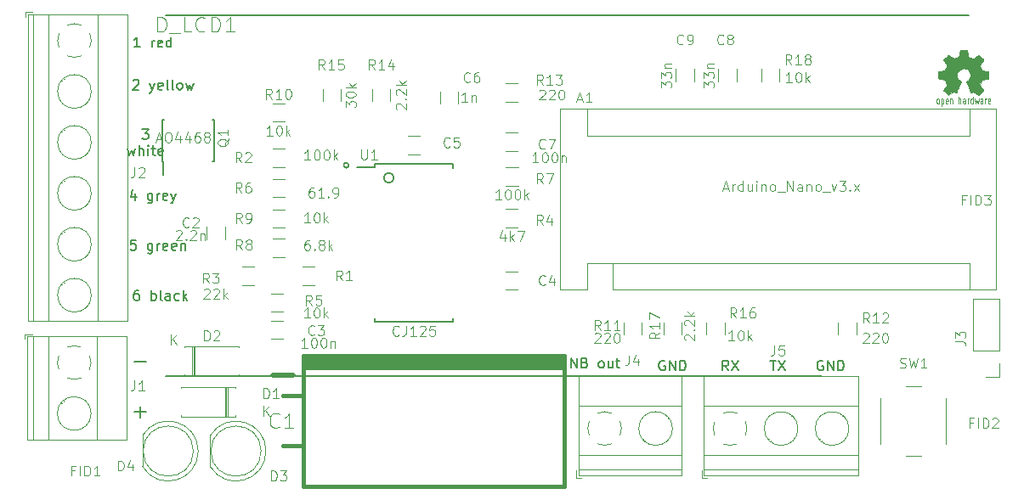
<source format=gto>
%TF.GenerationSoftware,KiCad,Pcbnew,(5.99.0-1296-g952e7a5fb)*%
%TF.CreationDate,2020-06-12T12:12:59+03:00*%
%TF.ProjectId,TeemoWB,5465656d-6f57-4422-9e6b-696361645f70,1.0*%
%TF.SameCoordinates,Original*%
%TF.FileFunction,Legend,Top*%
%TF.FilePolarity,Positive*%
%FSLAX46Y46*%
G04 Gerber Fmt 4.6, Leading zero omitted, Abs format (unit mm)*
G04 Created by KiCad (PCBNEW (5.99.0-1296-g952e7a5fb)) date 2020-06-12 12:12:59*
%MOMM*%
%LPD*%
G01*
G04 APERTURE LIST*
%ADD10C,0.150000*%
%ADD11C,0.075000*%
%ADD12C,0.002540*%
%ADD13C,0.200000*%
%ADD14C,0.120000*%
%ADD15C,0.381000*%
%ADD16C,0.500000*%
G04 APERTURE END LIST*
X153964285Y-68535714D02*
X154202380Y-69202380D01*
X154440476Y-68535714D01*
X155202380Y-69154761D02*
X155107142Y-69202380D01*
X154916666Y-69202380D01*
X154821428Y-69154761D01*
X154773809Y-69059523D01*
X154773809Y-68678571D01*
X154821428Y-68583333D01*
X154916666Y-68535714D01*
X155107142Y-68535714D01*
X155202380Y-68583333D01*
X155250000Y-68678571D01*
X155250000Y-68773809D01*
X154773809Y-68869047D01*
X155678571Y-69202380D02*
X155678571Y-68535714D01*
X155678571Y-68726190D02*
X155726190Y-68630952D01*
X155773809Y-68583333D01*
X155869047Y-68535714D01*
X155964285Y-68535714D01*
X156297619Y-69107142D02*
X156345238Y-69154761D01*
X156297619Y-69202380D01*
X156250000Y-69154761D01*
X156297619Y-69107142D01*
X156297619Y-69202380D01*
X158059523Y-69202380D02*
X157488095Y-69202380D01*
X157773809Y-69202380D02*
X157773809Y-68202380D01*
X157678571Y-68345238D01*
X157583333Y-68440476D01*
X157488095Y-68488095D01*
X158488095Y-69107142D02*
X158535714Y-69154761D01*
X158488095Y-69202380D01*
X158440476Y-69154761D01*
X158488095Y-69107142D01*
X158488095Y-69202380D01*
X159154761Y-68202380D02*
X159250000Y-68202380D01*
X159345238Y-68250000D01*
X159392857Y-68297619D01*
X159440476Y-68392857D01*
X159488095Y-68583333D01*
X159488095Y-68821428D01*
X159440476Y-69011904D01*
X159392857Y-69107142D01*
X159345238Y-69154761D01*
X159250000Y-69202380D01*
X159154761Y-69202380D01*
X159059523Y-69154761D01*
X159011904Y-69107142D01*
X158964285Y-69011904D01*
X158916666Y-68821428D01*
X158916666Y-68583333D01*
X158964285Y-68392857D01*
X159011904Y-68297619D01*
X159059523Y-68250000D01*
X159154761Y-68202380D01*
X150726190Y-64730714D02*
X150916666Y-65397380D01*
X151107142Y-64921190D01*
X151297619Y-65397380D01*
X151488095Y-64730714D01*
X151773809Y-64730714D02*
X151964285Y-65397380D01*
X152154761Y-64921190D01*
X152345238Y-65397380D01*
X152535714Y-64730714D01*
X152821428Y-64730714D02*
X153011904Y-65397380D01*
X153202380Y-64921190D01*
X153392857Y-65397380D01*
X153583333Y-64730714D01*
X153964285Y-65302142D02*
X154011904Y-65349761D01*
X153964285Y-65397380D01*
X153916666Y-65349761D01*
X153964285Y-65302142D01*
X153964285Y-65397380D01*
X154869047Y-65397380D02*
X154869047Y-64397380D01*
X154869047Y-65349761D02*
X154773809Y-65397380D01*
X154583333Y-65397380D01*
X154488095Y-65349761D01*
X154440476Y-65302142D01*
X154392857Y-65206904D01*
X154392857Y-64921190D01*
X154440476Y-64825952D01*
X154488095Y-64778333D01*
X154583333Y-64730714D01*
X154773809Y-64730714D01*
X154869047Y-64778333D01*
X155345238Y-65397380D02*
X155345238Y-64730714D01*
X155345238Y-64397380D02*
X155297619Y-64445000D01*
X155345238Y-64492619D01*
X155392857Y-64445000D01*
X155345238Y-64397380D01*
X155345238Y-64492619D01*
X156250000Y-64730714D02*
X156250000Y-65540238D01*
X156202380Y-65635476D01*
X156154761Y-65683095D01*
X156059523Y-65730714D01*
X155916666Y-65730714D01*
X155821428Y-65683095D01*
X156250000Y-65349761D02*
X156154761Y-65397380D01*
X155964285Y-65397380D01*
X155869047Y-65349761D01*
X155821428Y-65302142D01*
X155773809Y-65206904D01*
X155773809Y-64921190D01*
X155821428Y-64825952D01*
X155869047Y-64778333D01*
X155964285Y-64730714D01*
X156154761Y-64730714D01*
X156250000Y-64778333D01*
X156726190Y-65397380D02*
X156726190Y-64730714D01*
X156726190Y-64397380D02*
X156678571Y-64445000D01*
X156726190Y-64492619D01*
X156773809Y-64445000D01*
X156726190Y-64397380D01*
X156726190Y-64492619D01*
X157107142Y-64730714D02*
X157297619Y-65397380D01*
X157488095Y-64921190D01*
X157678571Y-65397380D01*
X157869047Y-64730714D01*
X158392857Y-65397380D02*
X158297619Y-65349761D01*
X158250000Y-65302142D01*
X158202380Y-65206904D01*
X158202380Y-64921190D01*
X158250000Y-64825952D01*
X158297619Y-64778333D01*
X158392857Y-64730714D01*
X158535714Y-64730714D01*
X158630952Y-64778333D01*
X158678571Y-64825952D01*
X158726190Y-64921190D01*
X158726190Y-65206904D01*
X158678571Y-65302142D01*
X158630952Y-65349761D01*
X158535714Y-65397380D01*
X158392857Y-65397380D01*
X159297619Y-65397380D02*
X159202380Y-65349761D01*
X159154761Y-65302142D01*
X159107142Y-65206904D01*
X159107142Y-64921190D01*
X159154761Y-64825952D01*
X159202380Y-64778333D01*
X159297619Y-64730714D01*
X159440476Y-64730714D01*
X159535714Y-64778333D01*
X159583333Y-64825952D01*
X159630952Y-64921190D01*
X159630952Y-65206904D01*
X159583333Y-65302142D01*
X159535714Y-65349761D01*
X159440476Y-65397380D01*
X159297619Y-65397380D01*
X160488095Y-65397380D02*
X160488095Y-64397380D01*
X160488095Y-65349761D02*
X160392857Y-65397380D01*
X160202380Y-65397380D01*
X160107142Y-65349761D01*
X160059523Y-65302142D01*
X160011904Y-65206904D01*
X160011904Y-64921190D01*
X160059523Y-64825952D01*
X160107142Y-64778333D01*
X160202380Y-64730714D01*
X160392857Y-64730714D01*
X160488095Y-64778333D01*
X160964285Y-65302142D02*
X161011904Y-65349761D01*
X160964285Y-65397380D01*
X160916666Y-65349761D01*
X160964285Y-65302142D01*
X160964285Y-65397380D01*
X161821428Y-65349761D02*
X161726190Y-65397380D01*
X161535714Y-65397380D01*
X161440476Y-65349761D01*
X161392857Y-65254523D01*
X161392857Y-64873571D01*
X161440476Y-64778333D01*
X161535714Y-64730714D01*
X161726190Y-64730714D01*
X161821428Y-64778333D01*
X161869047Y-64873571D01*
X161869047Y-64968809D01*
X161392857Y-65064047D01*
X162678571Y-65349761D02*
X162583333Y-65397380D01*
X162392857Y-65397380D01*
X162297619Y-65349761D01*
X162250000Y-65254523D01*
X162250000Y-64873571D01*
X162297619Y-64778333D01*
X162392857Y-64730714D01*
X162583333Y-64730714D01*
X162678571Y-64778333D01*
X162726190Y-64873571D01*
X162726190Y-64968809D01*
X162250000Y-65064047D01*
X152202380Y-66007380D02*
X152773809Y-66007380D01*
X152488095Y-67007380D02*
X152488095Y-66007380D01*
X153488095Y-66959761D02*
X153392857Y-67007380D01*
X153202380Y-67007380D01*
X153107142Y-66959761D01*
X153059523Y-66864523D01*
X153059523Y-66483571D01*
X153107142Y-66388333D01*
X153202380Y-66340714D01*
X153392857Y-66340714D01*
X153488095Y-66388333D01*
X153535714Y-66483571D01*
X153535714Y-66578809D01*
X153059523Y-66674047D01*
X154345238Y-66959761D02*
X154250000Y-67007380D01*
X154059523Y-67007380D01*
X153964285Y-66959761D01*
X153916666Y-66864523D01*
X153916666Y-66483571D01*
X153964285Y-66388333D01*
X154059523Y-66340714D01*
X154250000Y-66340714D01*
X154345238Y-66388333D01*
X154392857Y-66483571D01*
X154392857Y-66578809D01*
X153916666Y-66674047D01*
X154821428Y-67007380D02*
X154821428Y-66340714D01*
X154821428Y-66435952D02*
X154869047Y-66388333D01*
X154964285Y-66340714D01*
X155107142Y-66340714D01*
X155202380Y-66388333D01*
X155250000Y-66483571D01*
X155250000Y-67007380D01*
X155250000Y-66483571D02*
X155297619Y-66388333D01*
X155392857Y-66340714D01*
X155535714Y-66340714D01*
X155630952Y-66388333D01*
X155678571Y-66483571D01*
X155678571Y-67007380D01*
X156297619Y-67007380D02*
X156202380Y-66959761D01*
X156154761Y-66912142D01*
X156107142Y-66816904D01*
X156107142Y-66531190D01*
X156154761Y-66435952D01*
X156202380Y-66388333D01*
X156297619Y-66340714D01*
X156440476Y-66340714D01*
X156535714Y-66388333D01*
X156583333Y-66435952D01*
X156630952Y-66531190D01*
X156630952Y-66816904D01*
X156583333Y-66912142D01*
X156535714Y-66959761D01*
X156440476Y-67007380D01*
X156297619Y-67007380D01*
X157773809Y-66102619D02*
X157821428Y-66055000D01*
X157916666Y-66007380D01*
X158154761Y-66007380D01*
X158250000Y-66055000D01*
X158297619Y-66102619D01*
X158345238Y-66197857D01*
X158345238Y-66293095D01*
X158297619Y-66435952D01*
X157726190Y-67007380D01*
X158345238Y-67007380D01*
X158964285Y-66007380D02*
X159059523Y-66007380D01*
X159154761Y-66055000D01*
X159202380Y-66102619D01*
X159250000Y-66197857D01*
X159297619Y-66388333D01*
X159297619Y-66626428D01*
X159250000Y-66816904D01*
X159202380Y-66912142D01*
X159154761Y-66959761D01*
X159059523Y-67007380D01*
X158964285Y-67007380D01*
X158869047Y-66959761D01*
X158821428Y-66912142D01*
X158773809Y-66816904D01*
X158726190Y-66626428D01*
X158726190Y-66388333D01*
X158773809Y-66197857D01*
X158821428Y-66102619D01*
X158869047Y-66055000D01*
X158964285Y-66007380D01*
X159678571Y-66102619D02*
X159726190Y-66055000D01*
X159821428Y-66007380D01*
X160059523Y-66007380D01*
X160154761Y-66055000D01*
X160202380Y-66102619D01*
X160250000Y-66197857D01*
X160250000Y-66293095D01*
X160202380Y-66435952D01*
X159630952Y-67007380D01*
X160250000Y-67007380D01*
X160869047Y-66007380D02*
X160964285Y-66007380D01*
X161059523Y-66055000D01*
X161107142Y-66102619D01*
X161154761Y-66197857D01*
X161202380Y-66388333D01*
X161202380Y-66626428D01*
X161154761Y-66816904D01*
X161107142Y-66912142D01*
X161059523Y-66959761D01*
X160964285Y-67007380D01*
X160869047Y-67007380D01*
X160773809Y-66959761D01*
X160726190Y-66912142D01*
X160678571Y-66816904D01*
X160630952Y-66626428D01*
X160630952Y-66388333D01*
X160678571Y-66197857D01*
X160726190Y-66102619D01*
X160773809Y-66055000D01*
X160869047Y-66007380D01*
X150607821Y-63542857D02*
X150036392Y-63542857D01*
X150186392Y-62342857D01*
X151522107Y-63542857D02*
X151600678Y-62914285D01*
X151557821Y-62800000D01*
X151450678Y-62742857D01*
X151222107Y-62742857D01*
X151100678Y-62800000D01*
X151529250Y-63485714D02*
X151407821Y-63542857D01*
X151122107Y-63542857D01*
X151014964Y-63485714D01*
X150972107Y-63371428D01*
X150986392Y-63257142D01*
X151057821Y-63142857D01*
X151179250Y-63085714D01*
X151464964Y-63085714D01*
X151586392Y-63028571D01*
X152093535Y-63542857D02*
X152193535Y-62742857D01*
X152179250Y-62857142D02*
X152243535Y-62800000D01*
X152364964Y-62742857D01*
X152536392Y-62742857D01*
X152643535Y-62800000D01*
X152686392Y-62914285D01*
X152607821Y-63542857D01*
X152686392Y-62914285D02*
X152757821Y-62800000D01*
X152879250Y-62742857D01*
X153050678Y-62742857D01*
X153157821Y-62800000D01*
X153200678Y-62914285D01*
X153122107Y-63542857D01*
X153693535Y-63542857D02*
X153843535Y-62342857D01*
X153786392Y-62800000D02*
X153907821Y-62742857D01*
X154136392Y-62742857D01*
X154243535Y-62800000D01*
X154293535Y-62857142D01*
X154336392Y-62971428D01*
X154293535Y-63314285D01*
X154222107Y-63428571D01*
X154157821Y-63485714D01*
X154036392Y-63542857D01*
X153807821Y-63542857D01*
X153700678Y-63485714D01*
X155293535Y-63542857D02*
X155443535Y-62342857D01*
X155300678Y-63485714D02*
X155179250Y-63542857D01*
X154950678Y-63542857D01*
X154843535Y-63485714D01*
X154793535Y-63428571D01*
X154750678Y-63314285D01*
X154793535Y-62971428D01*
X154864964Y-62857142D01*
X154929250Y-62800000D01*
X155050678Y-62742857D01*
X155279250Y-62742857D01*
X155386392Y-62800000D01*
X156379250Y-63542857D02*
X156457821Y-62914285D01*
X156414964Y-62800000D01*
X156307821Y-62742857D01*
X156079250Y-62742857D01*
X155957821Y-62800000D01*
X156386392Y-63485714D02*
X156264964Y-63542857D01*
X155979250Y-63542857D01*
X155872107Y-63485714D01*
X155829250Y-63371428D01*
X155843535Y-63257142D01*
X155914964Y-63142857D01*
X156036392Y-63085714D01*
X156322107Y-63085714D01*
X156443535Y-63028571D01*
X157814964Y-63485714D02*
X157922107Y-63542857D01*
X158150678Y-63542857D01*
X158272107Y-63485714D01*
X158343535Y-63371428D01*
X158350678Y-63314285D01*
X158307821Y-63200000D01*
X158200678Y-63142857D01*
X158029250Y-63142857D01*
X157922107Y-63085714D01*
X157879250Y-62971428D01*
X157886392Y-62914285D01*
X157957821Y-62800000D01*
X158079250Y-62742857D01*
X158250678Y-62742857D01*
X158357821Y-62800000D01*
X158836392Y-63542857D02*
X158986392Y-62342857D01*
X159350678Y-63542857D02*
X159429250Y-62914285D01*
X159386392Y-62800000D01*
X159279250Y-62742857D01*
X159107821Y-62742857D01*
X158986392Y-62800000D01*
X158922107Y-62857142D01*
X159922107Y-63542857D02*
X160022107Y-62742857D01*
X160072107Y-62342857D02*
X160007821Y-62400000D01*
X160057821Y-62457142D01*
X160122107Y-62400000D01*
X160072107Y-62342857D01*
X160057821Y-62457142D01*
X160957821Y-63485714D02*
X160836392Y-63542857D01*
X160607821Y-63542857D01*
X160500678Y-63485714D01*
X160457821Y-63371428D01*
X160514964Y-62914285D01*
X160586392Y-62800000D01*
X160707821Y-62742857D01*
X160936392Y-62742857D01*
X161043535Y-62800000D01*
X161086392Y-62914285D01*
X161072107Y-63028571D01*
X160486392Y-63142857D01*
X161693535Y-63542857D02*
X161586392Y-63485714D01*
X161543535Y-63371428D01*
X161672107Y-62342857D01*
X162664964Y-63542857D02*
X162814964Y-62342857D01*
X162672107Y-63485714D02*
X162550678Y-63542857D01*
X162322107Y-63542857D01*
X162214964Y-63485714D01*
X162164964Y-63428571D01*
X162122107Y-63314285D01*
X162164964Y-62971428D01*
X162236392Y-62857142D01*
X162300678Y-62800000D01*
X162422107Y-62742857D01*
X162650678Y-62742857D01*
X162757821Y-62800000D01*
X163250678Y-63428571D02*
X163300678Y-63485714D01*
X163236392Y-63542857D01*
X163186392Y-63485714D01*
X163250678Y-63428571D01*
X163236392Y-63542857D01*
X127535714Y-90202380D02*
X126964285Y-90202380D01*
X127250000Y-90202380D02*
X127250000Y-89202380D01*
X127154761Y-89345238D01*
X127059523Y-89440476D01*
X126964285Y-89488095D01*
D10*
X104000000Y-76500000D02*
G75*
G03*
X104000000Y-76500000I-250000J0D01*
G01*
X108500000Y-77750000D02*
G75*
G03*
X108500000Y-77750000I-500000J0D01*
G01*
X126142857Y-96702380D02*
X126142857Y-95702380D01*
X126714285Y-96702380D01*
X126714285Y-95702380D01*
X127523809Y-96178571D02*
X127666666Y-96226190D01*
X127714285Y-96273809D01*
X127761904Y-96369047D01*
X127761904Y-96511904D01*
X127714285Y-96607142D01*
X127666666Y-96654761D01*
X127571428Y-96702380D01*
X127190476Y-96702380D01*
X127190476Y-95702380D01*
X127523809Y-95702380D01*
X127619047Y-95750000D01*
X127666666Y-95797619D01*
X127714285Y-95892857D01*
X127714285Y-95988095D01*
X127666666Y-96083333D01*
X127619047Y-96130952D01*
X127523809Y-96178571D01*
X127190476Y-96178571D01*
X129095238Y-96702380D02*
X129000000Y-96654761D01*
X128952380Y-96607142D01*
X128904761Y-96511904D01*
X128904761Y-96226190D01*
X128952380Y-96130952D01*
X129000000Y-96083333D01*
X129095238Y-96035714D01*
X129238095Y-96035714D01*
X129333333Y-96083333D01*
X129380952Y-96130952D01*
X129428571Y-96226190D01*
X129428571Y-96511904D01*
X129380952Y-96607142D01*
X129333333Y-96654761D01*
X129238095Y-96702380D01*
X129095238Y-96702380D01*
X130285714Y-96035714D02*
X130285714Y-96702380D01*
X129857142Y-96035714D02*
X129857142Y-96559523D01*
X129904761Y-96654761D01*
X130000000Y-96702380D01*
X130142857Y-96702380D01*
X130238095Y-96654761D01*
X130285714Y-96607142D01*
X130619047Y-96035714D02*
X131000000Y-96035714D01*
X130761904Y-95702380D02*
X130761904Y-96559523D01*
X130809523Y-96654761D01*
X130904761Y-96702380D01*
X131000000Y-96702380D01*
X135488095Y-96000000D02*
X135392857Y-95952380D01*
X135250000Y-95952380D01*
X135107142Y-96000000D01*
X135011904Y-96095238D01*
X134964285Y-96190476D01*
X134916666Y-96380952D01*
X134916666Y-96523809D01*
X134964285Y-96714285D01*
X135011904Y-96809523D01*
X135107142Y-96904761D01*
X135250000Y-96952380D01*
X135345238Y-96952380D01*
X135488095Y-96904761D01*
X135535714Y-96857142D01*
X135535714Y-96523809D01*
X135345238Y-96523809D01*
X135964285Y-96952380D02*
X135964285Y-95952380D01*
X136535714Y-96952380D01*
X136535714Y-95952380D01*
X137011904Y-96952380D02*
X137011904Y-95952380D01*
X137250000Y-95952380D01*
X137392857Y-96000000D01*
X137488095Y-96095238D01*
X137535714Y-96190476D01*
X137583333Y-96380952D01*
X137583333Y-96523809D01*
X137535714Y-96714285D01*
X137488095Y-96809523D01*
X137392857Y-96904761D01*
X137250000Y-96952380D01*
X137011904Y-96952380D01*
X151238095Y-96000000D02*
X151142857Y-95952380D01*
X151000000Y-95952380D01*
X150857142Y-96000000D01*
X150761904Y-96095238D01*
X150714285Y-96190476D01*
X150666666Y-96380952D01*
X150666666Y-96523809D01*
X150714285Y-96714285D01*
X150761904Y-96809523D01*
X150857142Y-96904761D01*
X151000000Y-96952380D01*
X151095238Y-96952380D01*
X151238095Y-96904761D01*
X151285714Y-96857142D01*
X151285714Y-96523809D01*
X151095238Y-96523809D01*
X151714285Y-96952380D02*
X151714285Y-95952380D01*
X152285714Y-96952380D01*
X152285714Y-95952380D01*
X152761904Y-96952380D02*
X152761904Y-95952380D01*
X153000000Y-95952380D01*
X153142857Y-96000000D01*
X153238095Y-96095238D01*
X153285714Y-96190476D01*
X153333333Y-96380952D01*
X153333333Y-96523809D01*
X153285714Y-96714285D01*
X153238095Y-96809523D01*
X153142857Y-96904761D01*
X153000000Y-96952380D01*
X152761904Y-96952380D01*
X145988095Y-95952380D02*
X146559523Y-95952380D01*
X146273809Y-96952380D02*
X146273809Y-95952380D01*
X146797619Y-95952380D02*
X147464285Y-96952380D01*
X147464285Y-95952380D02*
X146797619Y-96952380D01*
X141833333Y-96952380D02*
X141500000Y-96476190D01*
X141261904Y-96952380D02*
X141261904Y-95952380D01*
X141642857Y-95952380D01*
X141738095Y-96000000D01*
X141785714Y-96047619D01*
X141833333Y-96142857D01*
X141833333Y-96285714D01*
X141785714Y-96380952D01*
X141738095Y-96428571D01*
X141642857Y-96476190D01*
X141261904Y-96476190D01*
X142166666Y-95952380D02*
X142833333Y-96952380D01*
X142833333Y-95952380D02*
X142166666Y-96952380D01*
X83059523Y-88952380D02*
X82869047Y-88952380D01*
X82773809Y-89000000D01*
X82726190Y-89047619D01*
X82630952Y-89190476D01*
X82583333Y-89380952D01*
X82583333Y-89761904D01*
X82630952Y-89857142D01*
X82678571Y-89904761D01*
X82773809Y-89952380D01*
X82964285Y-89952380D01*
X83059523Y-89904761D01*
X83107142Y-89857142D01*
X83154761Y-89761904D01*
X83154761Y-89523809D01*
X83107142Y-89428571D01*
X83059523Y-89380952D01*
X82964285Y-89333333D01*
X82773809Y-89333333D01*
X82678571Y-89380952D01*
X82630952Y-89428571D01*
X82583333Y-89523809D01*
X84345238Y-89952380D02*
X84345238Y-88952380D01*
X84345238Y-89333333D02*
X84440476Y-89285714D01*
X84630952Y-89285714D01*
X84726190Y-89333333D01*
X84773809Y-89380952D01*
X84821428Y-89476190D01*
X84821428Y-89761904D01*
X84773809Y-89857142D01*
X84726190Y-89904761D01*
X84630952Y-89952380D01*
X84440476Y-89952380D01*
X84345238Y-89904761D01*
X85392857Y-89952380D02*
X85297619Y-89904761D01*
X85250000Y-89809523D01*
X85250000Y-88952380D01*
X86202380Y-89952380D02*
X86202380Y-89428571D01*
X86154761Y-89333333D01*
X86059523Y-89285714D01*
X85869047Y-89285714D01*
X85773809Y-89333333D01*
X86202380Y-89904761D02*
X86107142Y-89952380D01*
X85869047Y-89952380D01*
X85773809Y-89904761D01*
X85726190Y-89809523D01*
X85726190Y-89714285D01*
X85773809Y-89619047D01*
X85869047Y-89571428D01*
X86107142Y-89571428D01*
X86202380Y-89523809D01*
X87107142Y-89904761D02*
X87011904Y-89952380D01*
X86821428Y-89952380D01*
X86726190Y-89904761D01*
X86678571Y-89857142D01*
X86630952Y-89761904D01*
X86630952Y-89476190D01*
X86678571Y-89380952D01*
X86726190Y-89333333D01*
X86821428Y-89285714D01*
X87011904Y-89285714D01*
X87107142Y-89333333D01*
X87535714Y-89952380D02*
X87535714Y-88952380D01*
X87630952Y-89571428D02*
X87916666Y-89952380D01*
X87916666Y-89285714D02*
X87535714Y-89666666D01*
X82785714Y-83952380D02*
X82309523Y-83952380D01*
X82261904Y-84428571D01*
X82309523Y-84380952D01*
X82404761Y-84333333D01*
X82642857Y-84333333D01*
X82738095Y-84380952D01*
X82785714Y-84428571D01*
X82833333Y-84523809D01*
X82833333Y-84761904D01*
X82785714Y-84857142D01*
X82738095Y-84904761D01*
X82642857Y-84952380D01*
X82404761Y-84952380D01*
X82309523Y-84904761D01*
X82261904Y-84857142D01*
X84452380Y-84285714D02*
X84452380Y-85095238D01*
X84404761Y-85190476D01*
X84357142Y-85238095D01*
X84261904Y-85285714D01*
X84119047Y-85285714D01*
X84023809Y-85238095D01*
X84452380Y-84904761D02*
X84357142Y-84952380D01*
X84166666Y-84952380D01*
X84071428Y-84904761D01*
X84023809Y-84857142D01*
X83976190Y-84761904D01*
X83976190Y-84476190D01*
X84023809Y-84380952D01*
X84071428Y-84333333D01*
X84166666Y-84285714D01*
X84357142Y-84285714D01*
X84452380Y-84333333D01*
X84928571Y-84952380D02*
X84928571Y-84285714D01*
X84928571Y-84476190D02*
X84976190Y-84380952D01*
X85023809Y-84333333D01*
X85119047Y-84285714D01*
X85214285Y-84285714D01*
X85928571Y-84904761D02*
X85833333Y-84952380D01*
X85642857Y-84952380D01*
X85547619Y-84904761D01*
X85500000Y-84809523D01*
X85500000Y-84428571D01*
X85547619Y-84333333D01*
X85642857Y-84285714D01*
X85833333Y-84285714D01*
X85928571Y-84333333D01*
X85976190Y-84428571D01*
X85976190Y-84523809D01*
X85500000Y-84619047D01*
X86785714Y-84904761D02*
X86690476Y-84952380D01*
X86500000Y-84952380D01*
X86404761Y-84904761D01*
X86357142Y-84809523D01*
X86357142Y-84428571D01*
X86404761Y-84333333D01*
X86500000Y-84285714D01*
X86690476Y-84285714D01*
X86785714Y-84333333D01*
X86833333Y-84428571D01*
X86833333Y-84523809D01*
X86357142Y-84619047D01*
X87261904Y-84285714D02*
X87261904Y-84952380D01*
X87261904Y-84380952D02*
X87309523Y-84333333D01*
X87404761Y-84285714D01*
X87547619Y-84285714D01*
X87642857Y-84333333D01*
X87690476Y-84428571D01*
X87690476Y-84952380D01*
X82738095Y-79285714D02*
X82738095Y-79952380D01*
X82500000Y-78904761D02*
X82261904Y-79619047D01*
X82880952Y-79619047D01*
X84452380Y-79285714D02*
X84452380Y-80095238D01*
X84404761Y-80190476D01*
X84357142Y-80238095D01*
X84261904Y-80285714D01*
X84119047Y-80285714D01*
X84023809Y-80238095D01*
X84452380Y-79904761D02*
X84357142Y-79952380D01*
X84166666Y-79952380D01*
X84071428Y-79904761D01*
X84023809Y-79857142D01*
X83976190Y-79761904D01*
X83976190Y-79476190D01*
X84023809Y-79380952D01*
X84071428Y-79333333D01*
X84166666Y-79285714D01*
X84357142Y-79285714D01*
X84452380Y-79333333D01*
X84928571Y-79952380D02*
X84928571Y-79285714D01*
X84928571Y-79476190D02*
X84976190Y-79380952D01*
X85023809Y-79333333D01*
X85119047Y-79285714D01*
X85214285Y-79285714D01*
X85928571Y-79904761D02*
X85833333Y-79952380D01*
X85642857Y-79952380D01*
X85547619Y-79904761D01*
X85500000Y-79809523D01*
X85500000Y-79428571D01*
X85547619Y-79333333D01*
X85642857Y-79285714D01*
X85833333Y-79285714D01*
X85928571Y-79333333D01*
X85976190Y-79428571D01*
X85976190Y-79523809D01*
X85500000Y-79619047D01*
X86309523Y-79285714D02*
X86547619Y-79952380D01*
X86785714Y-79285714D02*
X86547619Y-79952380D01*
X86452380Y-80190476D01*
X86404761Y-80238095D01*
X86309523Y-80285714D01*
X83416666Y-72897380D02*
X84035714Y-72897380D01*
X83702380Y-73278333D01*
X83845238Y-73278333D01*
X83940476Y-73325952D01*
X83988095Y-73373571D01*
X84035714Y-73468809D01*
X84035714Y-73706904D01*
X83988095Y-73802142D01*
X83940476Y-73849761D01*
X83845238Y-73897380D01*
X83559523Y-73897380D01*
X83464285Y-73849761D01*
X83416666Y-73802142D01*
X81964285Y-74840714D02*
X82154761Y-75507380D01*
X82345238Y-75031190D01*
X82535714Y-75507380D01*
X82726190Y-74840714D01*
X83107142Y-75507380D02*
X83107142Y-74507380D01*
X83535714Y-75507380D02*
X83535714Y-74983571D01*
X83488095Y-74888333D01*
X83392857Y-74840714D01*
X83250000Y-74840714D01*
X83154761Y-74888333D01*
X83107142Y-74935952D01*
X84011904Y-75507380D02*
X84011904Y-74840714D01*
X84011904Y-74507380D02*
X83964285Y-74555000D01*
X84011904Y-74602619D01*
X84059523Y-74555000D01*
X84011904Y-74507380D01*
X84011904Y-74602619D01*
X84345238Y-74840714D02*
X84726190Y-74840714D01*
X84488095Y-74507380D02*
X84488095Y-75364523D01*
X84535714Y-75459761D01*
X84630952Y-75507380D01*
X84726190Y-75507380D01*
X85440476Y-75459761D02*
X85345238Y-75507380D01*
X85154761Y-75507380D01*
X85059523Y-75459761D01*
X85011904Y-75364523D01*
X85011904Y-74983571D01*
X85059523Y-74888333D01*
X85154761Y-74840714D01*
X85345238Y-74840714D01*
X85440476Y-74888333D01*
X85488095Y-74983571D01*
X85488095Y-75078809D01*
X85011904Y-75174047D01*
X82523809Y-68047619D02*
X82571428Y-68000000D01*
X82666666Y-67952380D01*
X82904761Y-67952380D01*
X83000000Y-68000000D01*
X83047619Y-68047619D01*
X83095238Y-68142857D01*
X83095238Y-68238095D01*
X83047619Y-68380952D01*
X82476190Y-68952380D01*
X83095238Y-68952380D01*
X84190476Y-68285714D02*
X84428571Y-68952380D01*
X84666666Y-68285714D02*
X84428571Y-68952380D01*
X84333333Y-69190476D01*
X84285714Y-69238095D01*
X84190476Y-69285714D01*
X85428571Y-68904761D02*
X85333333Y-68952380D01*
X85142857Y-68952380D01*
X85047619Y-68904761D01*
X85000000Y-68809523D01*
X85000000Y-68428571D01*
X85047619Y-68333333D01*
X85142857Y-68285714D01*
X85333333Y-68285714D01*
X85428571Y-68333333D01*
X85476190Y-68428571D01*
X85476190Y-68523809D01*
X85000000Y-68619047D01*
X86047619Y-68952380D02*
X85952380Y-68904761D01*
X85904761Y-68809523D01*
X85904761Y-67952380D01*
X86571428Y-68952380D02*
X86476190Y-68904761D01*
X86428571Y-68809523D01*
X86428571Y-67952380D01*
X87095238Y-68952380D02*
X87000000Y-68904761D01*
X86952380Y-68857142D01*
X86904761Y-68761904D01*
X86904761Y-68476190D01*
X86952380Y-68380952D01*
X87000000Y-68333333D01*
X87095238Y-68285714D01*
X87238095Y-68285714D01*
X87333333Y-68333333D01*
X87380952Y-68380952D01*
X87428571Y-68476190D01*
X87428571Y-68761904D01*
X87380952Y-68857142D01*
X87333333Y-68904761D01*
X87238095Y-68952380D01*
X87095238Y-68952380D01*
X87761904Y-68285714D02*
X87952380Y-68952380D01*
X88142857Y-68476190D01*
X88333333Y-68952380D01*
X88523809Y-68285714D01*
X83214285Y-64702380D02*
X82642857Y-64702380D01*
X82928571Y-64702380D02*
X82928571Y-63702380D01*
X82833333Y-63845238D01*
X82738095Y-63940476D01*
X82642857Y-63988095D01*
X84404761Y-64702380D02*
X84404761Y-64035714D01*
X84404761Y-64226190D02*
X84452380Y-64130952D01*
X84500000Y-64083333D01*
X84595238Y-64035714D01*
X84690476Y-64035714D01*
X85404761Y-64654761D02*
X85309523Y-64702380D01*
X85119047Y-64702380D01*
X85023809Y-64654761D01*
X84976190Y-64559523D01*
X84976190Y-64178571D01*
X85023809Y-64083333D01*
X85119047Y-64035714D01*
X85309523Y-64035714D01*
X85404761Y-64083333D01*
X85452380Y-64178571D01*
X85452380Y-64273809D01*
X84976190Y-64369047D01*
X86309523Y-64702380D02*
X86309523Y-63702380D01*
X86309523Y-64654761D02*
X86214285Y-64702380D01*
X86023809Y-64702380D01*
X85928571Y-64654761D01*
X85880952Y-64607142D01*
X85833333Y-64511904D01*
X85833333Y-64226190D01*
X85880952Y-64130952D01*
X85928571Y-64083333D01*
X86023809Y-64035714D01*
X86214285Y-64035714D01*
X86309523Y-64083333D01*
X83821428Y-96107142D02*
X82678571Y-96107142D01*
X83821428Y-101107142D02*
X82678571Y-101107142D01*
X83250000Y-101678571D02*
X83250000Y-100535714D01*
D11*
%TO.C,G\u002A\u002A\u002A*%
X167410000Y-69870000D02*
X167410000Y-70330000D01*
X167500000Y-69870000D02*
X167550000Y-69870000D01*
X167450000Y-69900000D02*
X167500000Y-69870000D01*
X167430000Y-69920000D02*
X167450000Y-69900000D01*
X167410000Y-69990000D02*
X167430000Y-69920000D01*
X167850000Y-70330000D02*
X167900000Y-70300000D01*
X167750000Y-70330000D02*
X167850000Y-70330000D01*
X167710000Y-70300000D02*
X167750000Y-70330000D01*
X167690000Y-70230000D02*
X167710000Y-70300000D01*
X167690000Y-69960000D02*
X167690000Y-70230000D01*
X167720000Y-69900000D02*
X167690000Y-69960000D01*
X167760000Y-69870000D02*
X167720000Y-69900000D01*
X167860000Y-69870000D02*
X167760000Y-69870000D01*
X167900000Y-69910000D02*
X167860000Y-69870000D01*
X167920000Y-69980000D02*
X167900000Y-69910000D01*
X167920000Y-70100000D02*
X167920000Y-69980000D01*
X167920000Y-70100000D02*
X167690000Y-70100000D01*
X167170000Y-69960000D02*
X167170000Y-70330000D01*
X167140000Y-69900000D02*
X167170000Y-69960000D01*
X167100000Y-69870000D02*
X167140000Y-69900000D01*
X167000000Y-69870000D02*
X167100000Y-69870000D01*
X166950000Y-69900000D02*
X167000000Y-69870000D01*
X167010000Y-70060000D02*
X166960000Y-70090000D01*
X167130000Y-70060000D02*
X167010000Y-70060000D01*
X167170000Y-70030000D02*
X167130000Y-70060000D01*
X167120000Y-70330000D02*
X167170000Y-70290000D01*
X167000000Y-70330000D02*
X167120000Y-70330000D01*
X166950000Y-70290000D02*
X167000000Y-70330000D01*
X166930000Y-70230000D02*
X166950000Y-70290000D01*
X166930000Y-70160000D02*
X166930000Y-70230000D01*
X166960000Y-70090000D02*
X166930000Y-70160000D01*
X166380000Y-69870000D02*
X166480000Y-70330000D01*
X166480000Y-70330000D02*
X166570000Y-69990000D01*
X166570000Y-69990000D02*
X166670000Y-70330000D01*
X166670000Y-70330000D02*
X166770000Y-69870000D01*
X166190000Y-70300000D02*
X166150000Y-70330000D01*
X166150000Y-70330000D02*
X166040000Y-70330000D01*
X166040000Y-70330000D02*
X166000000Y-70300000D01*
X166000000Y-70300000D02*
X165980000Y-70270000D01*
X165980000Y-70270000D02*
X165950000Y-70200000D01*
X165950000Y-70200000D02*
X165950000Y-70000000D01*
X165950000Y-70000000D02*
X165980000Y-69930000D01*
X165980000Y-69930000D02*
X166000000Y-69900000D01*
X166000000Y-69900000D02*
X166060000Y-69860000D01*
X166060000Y-69860000D02*
X166130000Y-69860000D01*
X166130000Y-69860000D02*
X166190000Y-69900000D01*
X166190000Y-69630000D02*
X166190000Y-70330000D01*
X165670000Y-69990000D02*
X165690000Y-69920000D01*
X165690000Y-69920000D02*
X165710000Y-69900000D01*
X165710000Y-69900000D02*
X165760000Y-69870000D01*
X165760000Y-69870000D02*
X165810000Y-69870000D01*
X165670000Y-69870000D02*
X165670000Y-70330000D01*
X165220000Y-70090000D02*
X165190000Y-70160000D01*
X165190000Y-70160000D02*
X165190000Y-70230000D01*
X165190000Y-70230000D02*
X165210000Y-70290000D01*
X165210000Y-70290000D02*
X165260000Y-70330000D01*
X165260000Y-70330000D02*
X165380000Y-70330000D01*
X165380000Y-70330000D02*
X165430000Y-70290000D01*
X165430000Y-70030000D02*
X165390000Y-70060000D01*
X165390000Y-70060000D02*
X165270000Y-70060000D01*
X165270000Y-70060000D02*
X165220000Y-70090000D01*
X165210000Y-69900000D02*
X165260000Y-69870000D01*
X165260000Y-69870000D02*
X165360000Y-69870000D01*
X165360000Y-69870000D02*
X165400000Y-69900000D01*
X165400000Y-69900000D02*
X165430000Y-69960000D01*
X165430000Y-69960000D02*
X165430000Y-70330000D01*
X164760000Y-69940000D02*
X164780000Y-69900000D01*
X164780000Y-69900000D02*
X164830000Y-69870000D01*
X164830000Y-69870000D02*
X164910000Y-69870000D01*
X164910000Y-69870000D02*
X164950000Y-69900000D01*
X164950000Y-69900000D02*
X164970000Y-69960000D01*
X164970000Y-69960000D02*
X164970000Y-70330000D01*
X164760000Y-69630000D02*
X164760000Y-70330000D01*
X163710000Y-70100000D02*
X163480000Y-70100000D01*
X163930000Y-69930000D02*
X163950000Y-69900000D01*
X163950000Y-69900000D02*
X163990000Y-69870000D01*
X163990000Y-69870000D02*
X164080000Y-69870000D01*
X164080000Y-69870000D02*
X164120000Y-69900000D01*
X164120000Y-69900000D02*
X164140000Y-69960000D01*
X164140000Y-69960000D02*
X164140000Y-70330000D01*
X163930000Y-69870000D02*
X163930000Y-70330000D01*
X163710000Y-70100000D02*
X163710000Y-69980000D01*
X163710000Y-69980000D02*
X163690000Y-69910000D01*
X163690000Y-69910000D02*
X163650000Y-69870000D01*
X163650000Y-69870000D02*
X163550000Y-69870000D01*
X163550000Y-69870000D02*
X163510000Y-69900000D01*
X163510000Y-69900000D02*
X163480000Y-69960000D01*
X163480000Y-69960000D02*
X163480000Y-70230000D01*
X163480000Y-70230000D02*
X163500000Y-70300000D01*
X163500000Y-70300000D02*
X163540000Y-70330000D01*
X163540000Y-70330000D02*
X163640000Y-70330000D01*
X163640000Y-70330000D02*
X163690000Y-70300000D01*
X163050000Y-69900000D02*
X163090000Y-69870000D01*
X163090000Y-69870000D02*
X163190000Y-69870000D01*
X163190000Y-69870000D02*
X163230000Y-69900000D01*
X163230000Y-69900000D02*
X163260000Y-69930000D01*
X163260000Y-69930000D02*
X163280000Y-69990000D01*
X163280000Y-69990000D02*
X163280000Y-70210000D01*
X163280000Y-70210000D02*
X163260000Y-70270000D01*
X163260000Y-70270000D02*
X163240000Y-70300000D01*
X163240000Y-70300000D02*
X163200000Y-70330000D01*
X163200000Y-70330000D02*
X163100000Y-70330000D01*
X163100000Y-70330000D02*
X163050000Y-70300000D01*
X163050000Y-70570000D02*
X163050000Y-69870000D01*
X162740000Y-69870000D02*
X162660000Y-69870000D01*
X162660000Y-69870000D02*
X162620000Y-69900000D01*
X162620000Y-69900000D02*
X162600000Y-69930000D01*
X162600000Y-69930000D02*
X162570000Y-70000000D01*
X162660000Y-70330000D02*
X162740000Y-70330000D01*
X162740000Y-70330000D02*
X162790000Y-70300000D01*
X162790000Y-70300000D02*
X162810000Y-70270000D01*
X162810000Y-70270000D02*
X162830000Y-70200000D01*
X162830000Y-70200000D02*
X162830000Y-70000000D01*
X162830000Y-70000000D02*
X162810000Y-69940000D01*
X162810000Y-69940000D02*
X162790000Y-69910000D01*
X162790000Y-69910000D02*
X162740000Y-69870000D01*
X162570000Y-70000000D02*
X162570000Y-70200000D01*
X162570000Y-70200000D02*
X162590000Y-70260000D01*
X162590000Y-70260000D02*
X162610000Y-70290000D01*
X162610000Y-70290000D02*
X162660000Y-70330000D01*
G36*
X165521780Y-65007180D02*
G01*
X165580200Y-65012260D01*
X165595440Y-65014800D01*
X165603060Y-65042740D01*
X165618300Y-65111320D01*
X165636080Y-65210380D01*
X165658940Y-65329760D01*
X165661480Y-65350080D01*
X165686880Y-65472000D01*
X165707200Y-65573600D01*
X165724980Y-65649800D01*
X165735140Y-65685360D01*
X165765620Y-65703140D01*
X165829120Y-65731080D01*
X165912940Y-65766640D01*
X166004380Y-65804740D01*
X166093280Y-65837760D01*
X166164400Y-65863160D01*
X166205040Y-65875860D01*
X166207580Y-65875860D01*
X166235520Y-65860620D01*
X166293940Y-65819980D01*
X166377760Y-65764100D01*
X166476820Y-65695520D01*
X166484440Y-65690440D01*
X166586040Y-65621860D01*
X166669860Y-65563440D01*
X166733360Y-65522800D01*
X166763840Y-65505020D01*
X166784160Y-65512640D01*
X166827340Y-65545660D01*
X166893380Y-65606620D01*
X166992440Y-65703140D01*
X167020380Y-65728540D01*
X167106740Y-65817440D01*
X167180400Y-65893640D01*
X167231200Y-65949520D01*
X167254060Y-65980000D01*
X167254060Y-65982540D01*
X167238820Y-66010480D01*
X167203260Y-66068900D01*
X167147380Y-66155260D01*
X167078800Y-66254320D01*
X167073720Y-66261940D01*
X167005140Y-66363540D01*
X166908620Y-66508320D01*
X166890840Y-66536260D01*
X166888300Y-66538800D01*
X166895920Y-66566740D01*
X166918780Y-66627700D01*
X166951800Y-66711520D01*
X166989900Y-66805500D01*
X167030540Y-66894400D01*
X167063560Y-66968060D01*
X167086420Y-67013780D01*
X167094040Y-67021400D01*
X167121980Y-67031560D01*
X167193100Y-67046800D01*
X167292160Y-67067120D01*
X167409000Y-67089980D01*
X167416620Y-67092520D01*
X167536000Y-67115380D01*
X167635060Y-67133160D01*
X167706180Y-67148400D01*
X167736660Y-67156020D01*
X167741740Y-67183960D01*
X167744280Y-67250000D01*
X167746820Y-67356680D01*
X167749360Y-67486220D01*
X167749360Y-67641160D01*
X167746820Y-67735140D01*
X167744280Y-67796100D01*
X167741740Y-67829120D01*
X167734120Y-67844360D01*
X167726500Y-67849440D01*
X167693480Y-67857060D01*
X167622360Y-67869760D01*
X167523300Y-67890080D01*
X167411540Y-67910400D01*
X167297240Y-67930720D01*
X167200720Y-67951040D01*
X167132140Y-67966280D01*
X167106740Y-67976440D01*
X167091500Y-68004380D01*
X167063560Y-68070420D01*
X167025460Y-68159320D01*
X166994980Y-68235520D01*
X166898460Y-68479360D01*
X167076260Y-68738440D01*
X167144840Y-68837500D01*
X167200720Y-68923860D01*
X167238820Y-68984820D01*
X167254060Y-69015300D01*
X167236280Y-69038160D01*
X167190560Y-69088960D01*
X167121980Y-69162620D01*
X166916240Y-69368360D01*
X166842580Y-69436940D01*
X166794320Y-69477580D01*
X166768920Y-69492820D01*
X166763840Y-69492820D01*
X166733360Y-69475040D01*
X166672400Y-69436940D01*
X166588580Y-69381060D01*
X166497140Y-69317560D01*
X166400620Y-69254060D01*
X166319340Y-69200720D01*
X166266000Y-69165160D01*
X166243140Y-69152460D01*
X166217740Y-69162620D01*
X166159320Y-69190560D01*
X166111060Y-69215960D01*
X166034860Y-69251520D01*
X165994220Y-69266760D01*
X165973900Y-69264220D01*
X165973900Y-69261680D01*
X165961200Y-69233740D01*
X165930720Y-69167700D01*
X165887540Y-69066100D01*
X165834200Y-68939100D01*
X165773240Y-68791780D01*
X165737680Y-68707960D01*
X165514160Y-68169480D01*
X165544640Y-68144080D01*
X165585280Y-68113600D01*
X165643700Y-68067880D01*
X165658940Y-68057720D01*
X165788480Y-67933260D01*
X165882460Y-67783400D01*
X165933260Y-67613220D01*
X165940880Y-67437960D01*
X165935800Y-67397320D01*
X165887540Y-67239840D01*
X165801180Y-67089980D01*
X165737680Y-67018860D01*
X165590360Y-66907100D01*
X165422720Y-66841060D01*
X165250000Y-66820740D01*
X165069660Y-66843600D01*
X164907100Y-66912180D01*
X164767400Y-67021400D01*
X164653100Y-67168720D01*
X164587060Y-67331280D01*
X164566740Y-67501460D01*
X164589600Y-67686880D01*
X164660720Y-67851980D01*
X164777560Y-67996760D01*
X164896940Y-68093280D01*
X164950280Y-68133920D01*
X164983300Y-68164400D01*
X164985840Y-68172020D01*
X164975680Y-68199960D01*
X164950280Y-68268540D01*
X164909640Y-68365060D01*
X164861380Y-68484440D01*
X164805500Y-68619060D01*
X164747080Y-68758760D01*
X164691200Y-68893380D01*
X164635320Y-69020380D01*
X164589600Y-69129600D01*
X164554040Y-69210880D01*
X164531180Y-69259140D01*
X164526100Y-69269300D01*
X164493080Y-69261680D01*
X164432120Y-69236280D01*
X164391480Y-69215960D01*
X164322900Y-69180400D01*
X164277180Y-69157540D01*
X164264480Y-69152460D01*
X164239080Y-69165160D01*
X164183200Y-69203260D01*
X164101920Y-69256600D01*
X163819980Y-69444560D01*
X163761560Y-69480120D01*
X163736160Y-69495360D01*
X163713300Y-69477580D01*
X163659960Y-69431860D01*
X163586300Y-69363280D01*
X163499940Y-69279460D01*
X163482160Y-69261680D01*
X163370400Y-69152460D01*
X163296740Y-69076260D01*
X163258640Y-69028000D01*
X163248480Y-69010220D01*
X163266260Y-68982280D01*
X163304360Y-68921320D01*
X163362780Y-68837500D01*
X163428820Y-68740980D01*
X163497400Y-68641920D01*
X163550740Y-68560640D01*
X163588840Y-68502220D01*
X163601540Y-68474280D01*
X163591380Y-68441260D01*
X163568520Y-68375220D01*
X163532960Y-68286320D01*
X163494860Y-68192340D01*
X163454220Y-68100900D01*
X163418660Y-68024700D01*
X163395800Y-67976440D01*
X163385640Y-67966280D01*
X163355160Y-67958660D01*
X163284040Y-67945960D01*
X163184980Y-67925640D01*
X163088460Y-67907860D01*
X162971620Y-67887540D01*
X162875100Y-67867220D01*
X162806520Y-67851980D01*
X162778580Y-67844360D01*
X162750640Y-67831660D01*
X162758260Y-67156020D01*
X162941140Y-67120460D01*
X163060520Y-67097600D01*
X163182440Y-67074740D01*
X163271340Y-67056960D01*
X163416120Y-67029020D01*
X163515180Y-66808040D01*
X163555820Y-66708980D01*
X163591380Y-66625160D01*
X163609160Y-66569280D01*
X163614240Y-66556580D01*
X163599000Y-66523560D01*
X163560900Y-66457520D01*
X163499940Y-66363540D01*
X163444060Y-66279720D01*
X163375480Y-66180660D01*
X163317060Y-66094300D01*
X163276420Y-66033340D01*
X163258640Y-66005400D01*
X163256100Y-65990160D01*
X163263720Y-65969840D01*
X163291660Y-65936820D01*
X163339920Y-65883480D01*
X163418660Y-65804740D01*
X163482160Y-65738700D01*
X163571060Y-65652340D01*
X163647260Y-65578680D01*
X163703140Y-65525340D01*
X163731080Y-65499940D01*
X163733620Y-65499940D01*
X163756480Y-65512640D01*
X163814900Y-65550740D01*
X163896180Y-65606620D01*
X163997780Y-65675200D01*
X164023180Y-65692980D01*
X164305120Y-65883480D01*
X164533720Y-65792040D01*
X164632780Y-65751400D01*
X164711520Y-65718380D01*
X164759780Y-65698060D01*
X164772480Y-65692980D01*
X164780100Y-65665040D01*
X164792800Y-65599000D01*
X164813120Y-65499940D01*
X164835980Y-65383100D01*
X164841060Y-65360240D01*
X164863920Y-65238320D01*
X164884240Y-65134180D01*
X164902020Y-65060520D01*
X164912180Y-65022420D01*
X164912180Y-65019880D01*
X164940120Y-65014800D01*
X165008700Y-65009720D01*
X165102680Y-65007180D01*
X165211900Y-65004640D01*
X165432880Y-65004640D01*
X165521780Y-65007180D01*
G37*
D12*
X165521780Y-65007180D02*
X165580200Y-65012260D01*
X165595440Y-65014800D01*
X165603060Y-65042740D01*
X165618300Y-65111320D01*
X165636080Y-65210380D01*
X165658940Y-65329760D01*
X165661480Y-65350080D01*
X165686880Y-65472000D01*
X165707200Y-65573600D01*
X165724980Y-65649800D01*
X165735140Y-65685360D01*
X165765620Y-65703140D01*
X165829120Y-65731080D01*
X165912940Y-65766640D01*
X166004380Y-65804740D01*
X166093280Y-65837760D01*
X166164400Y-65863160D01*
X166205040Y-65875860D01*
X166207580Y-65875860D01*
X166235520Y-65860620D01*
X166293940Y-65819980D01*
X166377760Y-65764100D01*
X166476820Y-65695520D01*
X166484440Y-65690440D01*
X166586040Y-65621860D01*
X166669860Y-65563440D01*
X166733360Y-65522800D01*
X166763840Y-65505020D01*
X166784160Y-65512640D01*
X166827340Y-65545660D01*
X166893380Y-65606620D01*
X166992440Y-65703140D01*
X167020380Y-65728540D01*
X167106740Y-65817440D01*
X167180400Y-65893640D01*
X167231200Y-65949520D01*
X167254060Y-65980000D01*
X167254060Y-65982540D01*
X167238820Y-66010480D01*
X167203260Y-66068900D01*
X167147380Y-66155260D01*
X167078800Y-66254320D01*
X167073720Y-66261940D01*
X167005140Y-66363540D01*
X166908620Y-66508320D01*
X166890840Y-66536260D01*
X166888300Y-66538800D01*
X166895920Y-66566740D01*
X166918780Y-66627700D01*
X166951800Y-66711520D01*
X166989900Y-66805500D01*
X167030540Y-66894400D01*
X167063560Y-66968060D01*
X167086420Y-67013780D01*
X167094040Y-67021400D01*
X167121980Y-67031560D01*
X167193100Y-67046800D01*
X167292160Y-67067120D01*
X167409000Y-67089980D01*
X167416620Y-67092520D01*
X167536000Y-67115380D01*
X167635060Y-67133160D01*
X167706180Y-67148400D01*
X167736660Y-67156020D01*
X167741740Y-67183960D01*
X167744280Y-67250000D01*
X167746820Y-67356680D01*
X167749360Y-67486220D01*
X167749360Y-67641160D01*
X167746820Y-67735140D01*
X167744280Y-67796100D01*
X167741740Y-67829120D01*
X167734120Y-67844360D01*
X167726500Y-67849440D01*
X167693480Y-67857060D01*
X167622360Y-67869760D01*
X167523300Y-67890080D01*
X167411540Y-67910400D01*
X167297240Y-67930720D01*
X167200720Y-67951040D01*
X167132140Y-67966280D01*
X167106740Y-67976440D01*
X167091500Y-68004380D01*
X167063560Y-68070420D01*
X167025460Y-68159320D01*
X166994980Y-68235520D01*
X166898460Y-68479360D01*
X167076260Y-68738440D01*
X167144840Y-68837500D01*
X167200720Y-68923860D01*
X167238820Y-68984820D01*
X167254060Y-69015300D01*
X167236280Y-69038160D01*
X167190560Y-69088960D01*
X167121980Y-69162620D01*
X166916240Y-69368360D01*
X166842580Y-69436940D01*
X166794320Y-69477580D01*
X166768920Y-69492820D01*
X166763840Y-69492820D01*
X166733360Y-69475040D01*
X166672400Y-69436940D01*
X166588580Y-69381060D01*
X166497140Y-69317560D01*
X166400620Y-69254060D01*
X166319340Y-69200720D01*
X166266000Y-69165160D01*
X166243140Y-69152460D01*
X166217740Y-69162620D01*
X166159320Y-69190560D01*
X166111060Y-69215960D01*
X166034860Y-69251520D01*
X165994220Y-69266760D01*
X165973900Y-69264220D01*
X165973900Y-69261680D01*
X165961200Y-69233740D01*
X165930720Y-69167700D01*
X165887540Y-69066100D01*
X165834200Y-68939100D01*
X165773240Y-68791780D01*
X165737680Y-68707960D01*
X165514160Y-68169480D01*
X165544640Y-68144080D01*
X165585280Y-68113600D01*
X165643700Y-68067880D01*
X165658940Y-68057720D01*
X165788480Y-67933260D01*
X165882460Y-67783400D01*
X165933260Y-67613220D01*
X165940880Y-67437960D01*
X165935800Y-67397320D01*
X165887540Y-67239840D01*
X165801180Y-67089980D01*
X165737680Y-67018860D01*
X165590360Y-66907100D01*
X165422720Y-66841060D01*
X165250000Y-66820740D01*
X165069660Y-66843600D01*
X164907100Y-66912180D01*
X164767400Y-67021400D01*
X164653100Y-67168720D01*
X164587060Y-67331280D01*
X164566740Y-67501460D01*
X164589600Y-67686880D01*
X164660720Y-67851980D01*
X164777560Y-67996760D01*
X164896940Y-68093280D01*
X164950280Y-68133920D01*
X164983300Y-68164400D01*
X164985840Y-68172020D01*
X164975680Y-68199960D01*
X164950280Y-68268540D01*
X164909640Y-68365060D01*
X164861380Y-68484440D01*
X164805500Y-68619060D01*
X164747080Y-68758760D01*
X164691200Y-68893380D01*
X164635320Y-69020380D01*
X164589600Y-69129600D01*
X164554040Y-69210880D01*
X164531180Y-69259140D01*
X164526100Y-69269300D01*
X164493080Y-69261680D01*
X164432120Y-69236280D01*
X164391480Y-69215960D01*
X164322900Y-69180400D01*
X164277180Y-69157540D01*
X164264480Y-69152460D01*
X164239080Y-69165160D01*
X164183200Y-69203260D01*
X164101920Y-69256600D01*
X163819980Y-69444560D01*
X163761560Y-69480120D01*
X163736160Y-69495360D01*
X163713300Y-69477580D01*
X163659960Y-69431860D01*
X163586300Y-69363280D01*
X163499940Y-69279460D01*
X163482160Y-69261680D01*
X163370400Y-69152460D01*
X163296740Y-69076260D01*
X163258640Y-69028000D01*
X163248480Y-69010220D01*
X163266260Y-68982280D01*
X163304360Y-68921320D01*
X163362780Y-68837500D01*
X163428820Y-68740980D01*
X163497400Y-68641920D01*
X163550740Y-68560640D01*
X163588840Y-68502220D01*
X163601540Y-68474280D01*
X163591380Y-68441260D01*
X163568520Y-68375220D01*
X163532960Y-68286320D01*
X163494860Y-68192340D01*
X163454220Y-68100900D01*
X163418660Y-68024700D01*
X163395800Y-67976440D01*
X163385640Y-67966280D01*
X163355160Y-67958660D01*
X163284040Y-67945960D01*
X163184980Y-67925640D01*
X163088460Y-67907860D01*
X162971620Y-67887540D01*
X162875100Y-67867220D01*
X162806520Y-67851980D01*
X162778580Y-67844360D01*
X162750640Y-67831660D01*
X162758260Y-67156020D01*
X162941140Y-67120460D01*
X163060520Y-67097600D01*
X163182440Y-67074740D01*
X163271340Y-67056960D01*
X163416120Y-67029020D01*
X163515180Y-66808040D01*
X163555820Y-66708980D01*
X163591380Y-66625160D01*
X163609160Y-66569280D01*
X163614240Y-66556580D01*
X163599000Y-66523560D01*
X163560900Y-66457520D01*
X163499940Y-66363540D01*
X163444060Y-66279720D01*
X163375480Y-66180660D01*
X163317060Y-66094300D01*
X163276420Y-66033340D01*
X163258640Y-66005400D01*
X163256100Y-65990160D01*
X163263720Y-65969840D01*
X163291660Y-65936820D01*
X163339920Y-65883480D01*
X163418660Y-65804740D01*
X163482160Y-65738700D01*
X163571060Y-65652340D01*
X163647260Y-65578680D01*
X163703140Y-65525340D01*
X163731080Y-65499940D01*
X163733620Y-65499940D01*
X163756480Y-65512640D01*
X163814900Y-65550740D01*
X163896180Y-65606620D01*
X163997780Y-65675200D01*
X164023180Y-65692980D01*
X164305120Y-65883480D01*
X164533720Y-65792040D01*
X164632780Y-65751400D01*
X164711520Y-65718380D01*
X164759780Y-65698060D01*
X164772480Y-65692980D01*
X164780100Y-65665040D01*
X164792800Y-65599000D01*
X164813120Y-65499940D01*
X164835980Y-65383100D01*
X164841060Y-65360240D01*
X164863920Y-65238320D01*
X164884240Y-65134180D01*
X164902020Y-65060520D01*
X164912180Y-65022420D01*
X164912180Y-65019880D01*
X164940120Y-65014800D01*
X165008700Y-65009720D01*
X165102680Y-65007180D01*
X165211900Y-65004640D01*
X165432880Y-65004640D01*
X165521780Y-65007180D01*
D13*
%TO.C,D_LCD1*%
X85750000Y-61500000D02*
X165750000Y-61500000D01*
X151150000Y-97500000D02*
X85750000Y-97500000D01*
D14*
%TO.C,J3*%
X168830000Y-89840000D02*
X166170000Y-89840000D01*
X168830000Y-94980000D02*
X168830000Y-89840000D01*
X166170000Y-94980000D02*
X166170000Y-89840000D01*
X168830000Y-94980000D02*
X166170000Y-94980000D01*
X168830000Y-96250000D02*
X168830000Y-97580000D01*
X168830000Y-97580000D02*
X167500000Y-97580000D01*
D10*
%TO.C,U1*%
X106625000Y-76375000D02*
X106625000Y-76650000D01*
X114375000Y-76375000D02*
X114375000Y-76740000D01*
X114375000Y-92125000D02*
X114375000Y-91760000D01*
X106625000Y-92125000D02*
X106625000Y-91760000D01*
X106625000Y-76375000D02*
X114375000Y-76375000D01*
X106625000Y-92125000D02*
X114375000Y-92125000D01*
X106625000Y-76650000D02*
X104800000Y-76650000D01*
D14*
%TO.C,SW1*%
X163500000Y-104250000D02*
X163500000Y-99750000D01*
X159500000Y-105500000D02*
X161000000Y-105500000D01*
X157000000Y-99750000D02*
X157000000Y-104250000D01*
X161000000Y-98500000D02*
X159500000Y-98500000D01*
%TO.C,R18*%
X146910000Y-66897936D02*
X146910000Y-68102064D01*
X145090000Y-66897936D02*
X145090000Y-68102064D01*
%TO.C,R17*%
X137191613Y-92164113D02*
X137191613Y-93368241D01*
X135371613Y-92164113D02*
X135371613Y-93368241D01*
%TO.C,R16*%
X141442008Y-92156074D02*
X141442008Y-93360202D01*
X139622008Y-92156074D02*
X139622008Y-93360202D01*
%TO.C,R15*%
X103240914Y-68897936D02*
X103240914Y-70102064D01*
X101420914Y-68897936D02*
X101420914Y-70102064D01*
%TO.C,R14*%
X106340000Y-70102064D02*
X106340000Y-68897936D01*
X108160000Y-70102064D02*
X108160000Y-68897936D01*
%TO.C,R13*%
X119647936Y-68340000D02*
X120852064Y-68340000D01*
X119647936Y-70160000D02*
X120852064Y-70160000D01*
%TO.C,R12*%
X154594200Y-92159301D02*
X154594200Y-93363429D01*
X152774200Y-92159301D02*
X152774200Y-93363429D01*
%TO.C,R11*%
X133218368Y-92159864D02*
X133218368Y-93363992D01*
X131398368Y-92159864D02*
X131398368Y-93363992D01*
%TO.C,R10*%
X96397936Y-70340000D02*
X97602064Y-70340000D01*
X96397936Y-72160000D02*
X97602064Y-72160000D01*
%TO.C,R9*%
X97617132Y-82709354D02*
X96413004Y-82709354D01*
X97617132Y-80889354D02*
X96413004Y-80889354D01*
%TO.C,R8*%
X97653934Y-85625751D02*
X96449806Y-85625751D01*
X97653934Y-83805751D02*
X96449806Y-83805751D01*
%TO.C,R7*%
X119674627Y-76706380D02*
X120878755Y-76706380D01*
X119674627Y-78526380D02*
X120878755Y-78526380D01*
%TO.C,R6*%
X96397936Y-77842972D02*
X97602064Y-77842972D01*
X96397936Y-79662972D02*
X97602064Y-79662972D01*
%TO.C,R5*%
X96287336Y-89289440D02*
X97491464Y-89289440D01*
X96287336Y-91109440D02*
X97491464Y-91109440D01*
%TO.C,R4*%
X119647936Y-80840000D02*
X120852064Y-80840000D01*
X119647936Y-82660000D02*
X120852064Y-82660000D01*
%TO.C,R3*%
X93407178Y-86632399D02*
X94611306Y-86632399D01*
X93407178Y-88452399D02*
X94611306Y-88452399D01*
%TO.C,R2*%
X97602064Y-76660001D02*
X96397936Y-76660001D01*
X97602064Y-74840001D02*
X96397936Y-74840001D01*
%TO.C,R1*%
X99413830Y-86624860D02*
X100617958Y-86624860D01*
X99413830Y-88444860D02*
X100617958Y-88444860D01*
D10*
%TO.C,Q1*%
X85425000Y-76075000D02*
X85475000Y-76075000D01*
X85425000Y-71925000D02*
X85570000Y-71925000D01*
X90575000Y-71925000D02*
X90430000Y-71925000D01*
X90575000Y-76075000D02*
X90430000Y-76075000D01*
X85425000Y-76075000D02*
X85425000Y-71925000D01*
X90575000Y-76075000D02*
X90575000Y-71925000D01*
X85475000Y-76075000D02*
X85475000Y-77475000D01*
D14*
%TO.C,J5*%
X142683318Y-104284756D02*
G75*
G02*
X142000000Y-104430000I-683318J1534756D01*
G01*
X143535426Y-102066958D02*
G75*
G02*
X143535000Y-103434000I-1535426J-683042D01*
G01*
X141316958Y-101214574D02*
G75*
G02*
X142684000Y-101215000I683042J-1535426D01*
G01*
X140464574Y-103433042D02*
G75*
G02*
X140465000Y-102066000I1535426J683042D01*
G01*
X142028805Y-104430253D02*
G75*
G02*
X141316000Y-104285000I-28805J1680253D01*
G01*
X148760000Y-102750000D02*
G75*
G03*
X148760000Y-102750000I-1680000J0D01*
G01*
X153840000Y-102750000D02*
G75*
G03*
X153840000Y-102750000I-1680000J0D01*
G01*
X139400000Y-106850000D02*
X154760000Y-106850000D01*
X139400000Y-105350000D02*
X154760000Y-105350000D01*
X139400000Y-100449000D02*
X154760000Y-100449000D01*
X139400000Y-97489000D02*
X154760000Y-97489000D01*
X139400000Y-107410000D02*
X154760000Y-107410000D01*
X139400000Y-97489000D02*
X139400000Y-107410000D01*
X154760000Y-97489000D02*
X154760000Y-107410000D01*
X148355000Y-101681000D02*
X148308000Y-101727000D01*
X146046000Y-103989000D02*
X146011000Y-104024000D01*
X148150000Y-101475000D02*
X148115000Y-101511000D01*
X145853000Y-103773000D02*
X145806000Y-103819000D01*
X153435000Y-101681000D02*
X153388000Y-101727000D01*
X151126000Y-103989000D02*
X151091000Y-104024000D01*
X153230000Y-101475000D02*
X153195000Y-101511000D01*
X150933000Y-103773000D02*
X150886000Y-103819000D01*
X139160000Y-106910000D02*
X139160000Y-107650000D01*
X139160000Y-107650000D02*
X139660000Y-107650000D01*
%TO.C,J4*%
X130183318Y-104284756D02*
G75*
G02*
X129500000Y-104430000I-683318J1534756D01*
G01*
X131035426Y-102066958D02*
G75*
G02*
X131035000Y-103434000I-1535426J-683042D01*
G01*
X128816958Y-101214574D02*
G75*
G02*
X130184000Y-101215000I683042J-1535426D01*
G01*
X127964574Y-103433042D02*
G75*
G02*
X127965000Y-102066000I1535426J683042D01*
G01*
X129528805Y-104430253D02*
G75*
G02*
X128816000Y-104285000I-28805J1680253D01*
G01*
X136260000Y-102750000D02*
G75*
G03*
X136260000Y-102750000I-1680000J0D01*
G01*
X126900000Y-106850000D02*
X137180000Y-106850000D01*
X126900000Y-105350000D02*
X137180000Y-105350000D01*
X126900000Y-100449000D02*
X137180000Y-100449000D01*
X126900000Y-97489000D02*
X137180000Y-97489000D01*
X126900000Y-107410000D02*
X137180000Y-107410000D01*
X126900000Y-97489000D02*
X126900000Y-107410000D01*
X137180000Y-97489000D02*
X137180000Y-107410000D01*
X135855000Y-101681000D02*
X135808000Y-101727000D01*
X133546000Y-103989000D02*
X133511000Y-104024000D01*
X135650000Y-101475000D02*
X135615000Y-101511000D01*
X133353000Y-103773000D02*
X133306000Y-103819000D01*
X126660000Y-106910000D02*
X126660000Y-107650000D01*
X126660000Y-107650000D02*
X127160000Y-107650000D01*
%TO.C,J2*%
X75140244Y-64733318D02*
G75*
G02*
X74995000Y-64050000I1534756J683318D01*
G01*
X77358042Y-65585426D02*
G75*
G02*
X75991000Y-65585000I-683042J1535426D01*
G01*
X78210426Y-63366958D02*
G75*
G02*
X78210000Y-64734000I-1535426J-683042D01*
G01*
X75991958Y-62514574D02*
G75*
G02*
X77359000Y-62515000I683042J-1535426D01*
G01*
X74994747Y-64078805D02*
G75*
G02*
X75140000Y-63366000I1680253J28805D01*
G01*
X78355000Y-69130000D02*
G75*
G03*
X78355000Y-69130000I-1680000J0D01*
G01*
X78355000Y-74210000D02*
G75*
G03*
X78355000Y-74210000I-1680000J0D01*
G01*
X78355000Y-79290000D02*
G75*
G03*
X78355000Y-79290000I-1680000J0D01*
G01*
X78355000Y-84370000D02*
G75*
G03*
X78355000Y-84370000I-1680000J0D01*
G01*
X78355000Y-89450000D02*
G75*
G03*
X78355000Y-89450000I-1680000J0D01*
G01*
X72575000Y-61450000D02*
X72575000Y-92050000D01*
X74075000Y-61450000D02*
X74075000Y-92050000D01*
X78976000Y-61450000D02*
X78976000Y-92050000D01*
X81936000Y-61450000D02*
X81936000Y-92050000D01*
X72015000Y-61450000D02*
X72015000Y-92050000D01*
X81936000Y-61450000D02*
X72015000Y-61450000D01*
X81936000Y-92050000D02*
X72015000Y-92050000D01*
X77744000Y-70405000D02*
X77698000Y-70358000D01*
X75436000Y-68096000D02*
X75401000Y-68061000D01*
X77950000Y-70200000D02*
X77914000Y-70165000D01*
X75652000Y-67903000D02*
X75606000Y-67856000D01*
X77744000Y-75485000D02*
X77698000Y-75438000D01*
X75436000Y-73176000D02*
X75401000Y-73141000D01*
X77950000Y-75280000D02*
X77914000Y-75245000D01*
X75652000Y-72983000D02*
X75606000Y-72936000D01*
X77744000Y-80565000D02*
X77698000Y-80518000D01*
X75436000Y-78256000D02*
X75401000Y-78221000D01*
X77950000Y-80360000D02*
X77914000Y-80325000D01*
X75652000Y-78063000D02*
X75606000Y-78016000D01*
X77744000Y-85645000D02*
X77698000Y-85598000D01*
X75436000Y-83336000D02*
X75401000Y-83301000D01*
X77950000Y-85440000D02*
X77914000Y-85405000D01*
X75652000Y-83143000D02*
X75606000Y-83096000D01*
X77744000Y-90725000D02*
X77698000Y-90678000D01*
X75436000Y-88416000D02*
X75401000Y-88381000D01*
X77950000Y-90520000D02*
X77914000Y-90485000D01*
X75652000Y-88223000D02*
X75606000Y-88176000D01*
X72515000Y-61210000D02*
X71775000Y-61210000D01*
X71775000Y-61210000D02*
X71775000Y-61710000D01*
%TO.C,J1*%
X75115244Y-96858318D02*
G75*
G02*
X74970000Y-96175000I1534756J683318D01*
G01*
X77333042Y-97710426D02*
G75*
G02*
X75966000Y-97710000I-683042J1535426D01*
G01*
X78185426Y-95491958D02*
G75*
G02*
X78185000Y-96859000I-1535426J-683042D01*
G01*
X75966958Y-94639574D02*
G75*
G02*
X77334000Y-94640000I683042J-1535426D01*
G01*
X74969747Y-96203805D02*
G75*
G02*
X75115000Y-95491000I1680253J28805D01*
G01*
X78330000Y-101255000D02*
G75*
G03*
X78330000Y-101255000I-1680000J0D01*
G01*
X72550000Y-93575000D02*
X72550000Y-103855000D01*
X74050000Y-93575000D02*
X74050000Y-103855000D01*
X78951000Y-93575000D02*
X78951000Y-103855000D01*
X81911000Y-93575000D02*
X81911000Y-103855000D01*
X71990000Y-93575000D02*
X71990000Y-103855000D01*
X81911000Y-93575000D02*
X71990000Y-93575000D01*
X81911000Y-103855000D02*
X71990000Y-103855000D01*
X77719000Y-102530000D02*
X77673000Y-102483000D01*
X75411000Y-100221000D02*
X75376000Y-100186000D01*
X77925000Y-102325000D02*
X77889000Y-102290000D01*
X75627000Y-100028000D02*
X75581000Y-99981000D01*
X72490000Y-93335000D02*
X71750000Y-93335000D01*
X71750000Y-93335000D02*
X71750000Y-93835000D01*
%TO.C,D4*%
X89010000Y-105000462D02*
G75*
G03*
X83460000Y-103455170I-2990000J462D01*
G01*
X89010000Y-104999538D02*
G75*
G02*
X83460000Y-106544830I-2990000J-462D01*
G01*
X88520000Y-105000000D02*
G75*
G03*
X88520000Y-105000000I-2500000J0D01*
G01*
X83460000Y-103455000D02*
X83460000Y-106545000D01*
%TO.C,D3*%
X95760000Y-105000462D02*
G75*
G03*
X90210000Y-103455170I-2990000J462D01*
G01*
X95760000Y-104999538D02*
G75*
G02*
X90210000Y-106544830I-2990000J-462D01*
G01*
X95270000Y-105000000D02*
G75*
G03*
X95270000Y-105000000I-2500000J0D01*
G01*
X90210000Y-103455000D02*
X90210000Y-106545000D01*
%TO.C,D2*%
X87630047Y-94660000D02*
X87630047Y-94530000D01*
X87630047Y-94530000D02*
X93070047Y-94530000D01*
X93070047Y-94530000D02*
X93070047Y-94660000D01*
X87630047Y-97340000D02*
X87630047Y-97470000D01*
X87630047Y-97470000D02*
X93070047Y-97470000D01*
X93070047Y-97470000D02*
X93070047Y-97340000D01*
X88530047Y-94530000D02*
X88530047Y-97470000D01*
X88650047Y-94530000D02*
X88650047Y-97470000D01*
X88410047Y-94530000D02*
X88410047Y-97470000D01*
%TO.C,D1*%
X92717349Y-101414710D02*
X92717349Y-101544710D01*
X92717349Y-101544710D02*
X87277349Y-101544710D01*
X87277349Y-101544710D02*
X87277349Y-101414710D01*
X92717349Y-98734710D02*
X92717349Y-98604710D01*
X92717349Y-98604710D02*
X87277349Y-98604710D01*
X87277349Y-98604710D02*
X87277349Y-98734710D01*
X91817349Y-101544710D02*
X91817349Y-98604710D01*
X91697349Y-101544710D02*
X91697349Y-98604710D01*
X91937349Y-101544710D02*
X91937349Y-98604710D01*
%TO.C,C9*%
X138410000Y-66897936D02*
X138410000Y-68102064D01*
X136590000Y-66897936D02*
X136590000Y-68102064D01*
%TO.C,C8*%
X142660000Y-66897936D02*
X142660000Y-68102064D01*
X140840000Y-66897936D02*
X140840000Y-68102064D01*
%TO.C,C7*%
X119647936Y-73252263D02*
X120852064Y-73252263D01*
X119647936Y-75072263D02*
X120852064Y-75072263D01*
%TO.C,C6*%
X113090000Y-70352064D02*
X113090000Y-69147936D01*
X114910000Y-70352064D02*
X114910000Y-69147936D01*
%TO.C,C5*%
X109897936Y-73590000D02*
X111102064Y-73590000D01*
X109897936Y-75410000D02*
X111102064Y-75410000D01*
%TO.C,C4*%
X119647936Y-87090000D02*
X120852064Y-87090000D01*
X119647936Y-88910000D02*
X120852064Y-88910000D01*
%TO.C,C3*%
X96230498Y-91999523D02*
X97434626Y-91999523D01*
X96230498Y-93819523D02*
X97434626Y-93819523D01*
%TO.C,C2*%
X91660000Y-82647936D02*
X91660000Y-83852064D01*
X89840000Y-82647936D02*
X89840000Y-83852064D01*
D15*
%TO.C,C1*%
X99450000Y-96700000D02*
X125450000Y-96700000D01*
X99450000Y-96400000D02*
X125450000Y-96400000D01*
X99450000Y-96100000D02*
X125450000Y-96100000D01*
X97450000Y-104500000D02*
X99450000Y-104500000D01*
X97450000Y-99500000D02*
X99450000Y-99500000D01*
X125450000Y-95500000D02*
X99450000Y-95500000D01*
X99450000Y-95800000D02*
X125450000Y-95800000D01*
X99450000Y-108500000D02*
X99450000Y-95500000D01*
X125450000Y-108500000D02*
X99450000Y-108500000D01*
X125450000Y-95500000D02*
X125450000Y-108500000D01*
D16*
X96450000Y-97400000D02*
X98450000Y-97400000D01*
D14*
%TO.C,A1*%
X130270000Y-86230000D02*
X127730000Y-86230000D01*
X127730000Y-86230000D02*
X127730000Y-88900000D01*
X130270000Y-88900000D02*
X168500000Y-88900000D01*
X125060000Y-88900000D02*
X127730000Y-88900000D01*
X127730000Y-73530000D02*
X127730000Y-70860000D01*
X127730000Y-73530000D02*
X165830000Y-73530000D01*
X165830000Y-73530000D02*
X165830000Y-70860000D01*
X130270000Y-86230000D02*
X130270000Y-88900000D01*
X130270000Y-86230000D02*
X165830000Y-86230000D01*
X165830000Y-86230000D02*
X165830000Y-88900000D01*
X168500000Y-88900000D02*
X168500000Y-70860000D01*
X168500000Y-70860000D02*
X125060000Y-70860000D01*
X125060000Y-70860000D02*
X125060000Y-88900000D01*
%TO.C,FID3*%
X165428571Y-79928571D02*
X165095238Y-79928571D01*
X165095238Y-80452380D02*
X165095238Y-79452380D01*
X165571428Y-79452380D01*
X165952380Y-80452380D02*
X165952380Y-79452380D01*
X166428571Y-80452380D02*
X166428571Y-79452380D01*
X166666666Y-79452380D01*
X166809523Y-79500000D01*
X166904761Y-79595238D01*
X166952380Y-79690476D01*
X167000000Y-79880952D01*
X167000000Y-80023809D01*
X166952380Y-80214285D01*
X166904761Y-80309523D01*
X166809523Y-80404761D01*
X166666666Y-80452380D01*
X166428571Y-80452380D01*
X167333333Y-79452380D02*
X167952380Y-79452380D01*
X167619047Y-79833333D01*
X167761904Y-79833333D01*
X167857142Y-79880952D01*
X167904761Y-79928571D01*
X167952380Y-80023809D01*
X167952380Y-80261904D01*
X167904761Y-80357142D01*
X167857142Y-80404761D01*
X167761904Y-80452380D01*
X167476190Y-80452380D01*
X167380952Y-80404761D01*
X167333333Y-80357142D01*
%TO.C,FID2*%
X166178571Y-102178571D02*
X165845238Y-102178571D01*
X165845238Y-102702380D02*
X165845238Y-101702380D01*
X166321428Y-101702380D01*
X166702380Y-102702380D02*
X166702380Y-101702380D01*
X167178571Y-102702380D02*
X167178571Y-101702380D01*
X167416666Y-101702380D01*
X167559523Y-101750000D01*
X167654761Y-101845238D01*
X167702380Y-101940476D01*
X167750000Y-102130952D01*
X167750000Y-102273809D01*
X167702380Y-102464285D01*
X167654761Y-102559523D01*
X167559523Y-102654761D01*
X167416666Y-102702380D01*
X167178571Y-102702380D01*
X168130952Y-101797619D02*
X168178571Y-101750000D01*
X168273809Y-101702380D01*
X168511904Y-101702380D01*
X168607142Y-101750000D01*
X168654761Y-101797619D01*
X168702380Y-101892857D01*
X168702380Y-101988095D01*
X168654761Y-102130952D01*
X168083333Y-102702380D01*
X168702380Y-102702380D01*
%TO.C,FID1*%
X76678571Y-106928571D02*
X76345238Y-106928571D01*
X76345238Y-107452380D02*
X76345238Y-106452380D01*
X76821428Y-106452380D01*
X77202380Y-107452380D02*
X77202380Y-106452380D01*
X77678571Y-107452380D02*
X77678571Y-106452380D01*
X77916666Y-106452380D01*
X78059523Y-106500000D01*
X78154761Y-106595238D01*
X78202380Y-106690476D01*
X78250000Y-106880952D01*
X78250000Y-107023809D01*
X78202380Y-107214285D01*
X78154761Y-107309523D01*
X78059523Y-107404761D01*
X77916666Y-107452380D01*
X77678571Y-107452380D01*
X79202380Y-107452380D02*
X78630952Y-107452380D01*
X78916666Y-107452380D02*
X78916666Y-106452380D01*
X78821428Y-106595238D01*
X78726190Y-106690476D01*
X78630952Y-106738095D01*
%TO.C,D_LCD1*%
X84964285Y-63178571D02*
X84964285Y-61678571D01*
X85321428Y-61678571D01*
X85535714Y-61750000D01*
X85678571Y-61892857D01*
X85750000Y-62035714D01*
X85821428Y-62321428D01*
X85821428Y-62535714D01*
X85750000Y-62821428D01*
X85678571Y-62964285D01*
X85535714Y-63107142D01*
X85321428Y-63178571D01*
X84964285Y-63178571D01*
X86107142Y-63321428D02*
X87250000Y-63321428D01*
X88321428Y-63178571D02*
X87607142Y-63178571D01*
X87607142Y-61678571D01*
X89678571Y-63035714D02*
X89607142Y-63107142D01*
X89392857Y-63178571D01*
X89250000Y-63178571D01*
X89035714Y-63107142D01*
X88892857Y-62964285D01*
X88821428Y-62821428D01*
X88750000Y-62535714D01*
X88750000Y-62321428D01*
X88821428Y-62035714D01*
X88892857Y-61892857D01*
X89035714Y-61750000D01*
X89250000Y-61678571D01*
X89392857Y-61678571D01*
X89607142Y-61750000D01*
X89678571Y-61821428D01*
X90321428Y-63178571D02*
X90321428Y-61678571D01*
X90678571Y-61678571D01*
X90892857Y-61750000D01*
X91035714Y-61892857D01*
X91107142Y-62035714D01*
X91178571Y-62321428D01*
X91178571Y-62535714D01*
X91107142Y-62821428D01*
X91035714Y-62964285D01*
X90892857Y-63107142D01*
X90678571Y-63178571D01*
X90321428Y-63178571D01*
X92607142Y-63178571D02*
X91750000Y-63178571D01*
X92178571Y-63178571D02*
X92178571Y-61678571D01*
X92035714Y-61892857D01*
X91892857Y-62035714D01*
X91750000Y-62107142D01*
%TO.C,J3*%
X164452380Y-94083333D02*
X165166666Y-94083333D01*
X165309523Y-94130952D01*
X165404761Y-94226190D01*
X165452380Y-94369047D01*
X165452380Y-94464285D01*
X164452380Y-93702380D02*
X164452380Y-93083333D01*
X164833333Y-93416666D01*
X164833333Y-93273809D01*
X164880952Y-93178571D01*
X164928571Y-93130952D01*
X165023809Y-93083333D01*
X165261904Y-93083333D01*
X165357142Y-93130952D01*
X165404761Y-93178571D01*
X165452380Y-93273809D01*
X165452380Y-93559523D01*
X165404761Y-93654761D01*
X165357142Y-93702380D01*
%TO.C,U1*%
X105238095Y-74902380D02*
X105238095Y-75711904D01*
X105285714Y-75807142D01*
X105333333Y-75854761D01*
X105428571Y-75902380D01*
X105619047Y-75902380D01*
X105714285Y-75854761D01*
X105761904Y-75807142D01*
X105809523Y-75711904D01*
X105809523Y-74902380D01*
X106809523Y-75902380D02*
X106238095Y-75902380D01*
X106523809Y-75902380D02*
X106523809Y-74902380D01*
X106428571Y-75045238D01*
X106333333Y-75140476D01*
X106238095Y-75188095D01*
X109000000Y-93407142D02*
X108952380Y-93454761D01*
X108809523Y-93502380D01*
X108714285Y-93502380D01*
X108571428Y-93454761D01*
X108476190Y-93359523D01*
X108428571Y-93264285D01*
X108380952Y-93073809D01*
X108380952Y-92930952D01*
X108428571Y-92740476D01*
X108476190Y-92645238D01*
X108571428Y-92550000D01*
X108714285Y-92502380D01*
X108809523Y-92502380D01*
X108952380Y-92550000D01*
X109000000Y-92597619D01*
X109714285Y-92502380D02*
X109714285Y-93216666D01*
X109666666Y-93359523D01*
X109571428Y-93454761D01*
X109428571Y-93502380D01*
X109333333Y-93502380D01*
X110714285Y-93502380D02*
X110142857Y-93502380D01*
X110428571Y-93502380D02*
X110428571Y-92502380D01*
X110333333Y-92645238D01*
X110238095Y-92740476D01*
X110142857Y-92788095D01*
X111095238Y-92597619D02*
X111142857Y-92550000D01*
X111238095Y-92502380D01*
X111476190Y-92502380D01*
X111571428Y-92550000D01*
X111619047Y-92597619D01*
X111666666Y-92692857D01*
X111666666Y-92788095D01*
X111619047Y-92930952D01*
X111047619Y-93502380D01*
X111666666Y-93502380D01*
X112571428Y-92502380D02*
X112095238Y-92502380D01*
X112047619Y-92978571D01*
X112095238Y-92930952D01*
X112190476Y-92883333D01*
X112428571Y-92883333D01*
X112523809Y-92930952D01*
X112571428Y-92978571D01*
X112619047Y-93073809D01*
X112619047Y-93311904D01*
X112571428Y-93407142D01*
X112523809Y-93454761D01*
X112428571Y-93502380D01*
X112190476Y-93502380D01*
X112095238Y-93454761D01*
X112047619Y-93407142D01*
%TO.C,SW1*%
X158916666Y-96654761D02*
X159059523Y-96702380D01*
X159297619Y-96702380D01*
X159392857Y-96654761D01*
X159440476Y-96607142D01*
X159488095Y-96511904D01*
X159488095Y-96416666D01*
X159440476Y-96321428D01*
X159392857Y-96273809D01*
X159297619Y-96226190D01*
X159107142Y-96178571D01*
X159011904Y-96130952D01*
X158964285Y-96083333D01*
X158916666Y-95988095D01*
X158916666Y-95892857D01*
X158964285Y-95797619D01*
X159011904Y-95750000D01*
X159107142Y-95702380D01*
X159345238Y-95702380D01*
X159488095Y-95750000D01*
X159821428Y-95702380D02*
X160059523Y-96702380D01*
X160250000Y-95988095D01*
X160440476Y-96702380D01*
X160678571Y-95702380D01*
X161583333Y-96702380D02*
X161011904Y-96702380D01*
X161297619Y-96702380D02*
X161297619Y-95702380D01*
X161202380Y-95845238D01*
X161107142Y-95940476D01*
X161011904Y-95988095D01*
%TO.C,R18*%
X148107142Y-66452380D02*
X147773809Y-65976190D01*
X147535714Y-66452380D02*
X147535714Y-65452380D01*
X147916666Y-65452380D01*
X148011904Y-65500000D01*
X148059523Y-65547619D01*
X148107142Y-65642857D01*
X148107142Y-65785714D01*
X148059523Y-65880952D01*
X148011904Y-65928571D01*
X147916666Y-65976190D01*
X147535714Y-65976190D01*
X149059523Y-66452380D02*
X148488095Y-66452380D01*
X148773809Y-66452380D02*
X148773809Y-65452380D01*
X148678571Y-65595238D01*
X148583333Y-65690476D01*
X148488095Y-65738095D01*
X149630952Y-65880952D02*
X149535714Y-65833333D01*
X149488095Y-65785714D01*
X149440476Y-65690476D01*
X149440476Y-65642857D01*
X149488095Y-65547619D01*
X149535714Y-65500000D01*
X149630952Y-65452380D01*
X149821428Y-65452380D01*
X149916666Y-65500000D01*
X149964285Y-65547619D01*
X150011904Y-65642857D01*
X150011904Y-65690476D01*
X149964285Y-65785714D01*
X149916666Y-65833333D01*
X149821428Y-65880952D01*
X149630952Y-65880952D01*
X149535714Y-65928571D01*
X149488095Y-65976190D01*
X149440476Y-66071428D01*
X149440476Y-66261904D01*
X149488095Y-66357142D01*
X149535714Y-66404761D01*
X149630952Y-66452380D01*
X149821428Y-66452380D01*
X149916666Y-66404761D01*
X149964285Y-66357142D01*
X150011904Y-66261904D01*
X150011904Y-66071428D01*
X149964285Y-65976190D01*
X149916666Y-65928571D01*
X149821428Y-65880952D01*
X148154761Y-68202380D02*
X147583333Y-68202380D01*
X147869047Y-68202380D02*
X147869047Y-67202380D01*
X147773809Y-67345238D01*
X147678571Y-67440476D01*
X147583333Y-67488095D01*
X148773809Y-67202380D02*
X148869047Y-67202380D01*
X148964285Y-67250000D01*
X149011904Y-67297619D01*
X149059523Y-67392857D01*
X149107142Y-67583333D01*
X149107142Y-67821428D01*
X149059523Y-68011904D01*
X149011904Y-68107142D01*
X148964285Y-68154761D01*
X148869047Y-68202380D01*
X148773809Y-68202380D01*
X148678571Y-68154761D01*
X148630952Y-68107142D01*
X148583333Y-68011904D01*
X148535714Y-67821428D01*
X148535714Y-67583333D01*
X148583333Y-67392857D01*
X148630952Y-67297619D01*
X148678571Y-67250000D01*
X148773809Y-67202380D01*
X149535714Y-68202380D02*
X149535714Y-67202380D01*
X149630952Y-67821428D02*
X149916666Y-68202380D01*
X149916666Y-67535714D02*
X149535714Y-67916666D01*
%TO.C,R17*%
X134983993Y-93159034D02*
X134507803Y-93492367D01*
X134983993Y-93730462D02*
X133983993Y-93730462D01*
X133983993Y-93349510D01*
X134031613Y-93254272D01*
X134079232Y-93206653D01*
X134174470Y-93159034D01*
X134317327Y-93159034D01*
X134412565Y-93206653D01*
X134460184Y-93254272D01*
X134507803Y-93349510D01*
X134507803Y-93730462D01*
X134983993Y-92206653D02*
X134983993Y-92778081D01*
X134983993Y-92492367D02*
X133983993Y-92492367D01*
X134126851Y-92587605D01*
X134222089Y-92682843D01*
X134269708Y-92778081D01*
X133983993Y-91873319D02*
X133983993Y-91206653D01*
X134983993Y-91635224D01*
X137547619Y-93904761D02*
X137500000Y-93857142D01*
X137452380Y-93761904D01*
X137452380Y-93523809D01*
X137500000Y-93428571D01*
X137547619Y-93380952D01*
X137642857Y-93333333D01*
X137738095Y-93333333D01*
X137880952Y-93380952D01*
X138452380Y-93952380D01*
X138452380Y-93333333D01*
X138357142Y-92904761D02*
X138404761Y-92857142D01*
X138452380Y-92904761D01*
X138404761Y-92952380D01*
X138357142Y-92904761D01*
X138452380Y-92904761D01*
X137547619Y-92476190D02*
X137500000Y-92428571D01*
X137452380Y-92333333D01*
X137452380Y-92095238D01*
X137500000Y-92000000D01*
X137547619Y-91952380D01*
X137642857Y-91904761D01*
X137738095Y-91904761D01*
X137880952Y-91952380D01*
X138452380Y-92523809D01*
X138452380Y-91904761D01*
X138452380Y-91476190D02*
X137452380Y-91476190D01*
X138071428Y-91380952D02*
X138452380Y-91095238D01*
X137785714Y-91095238D02*
X138166666Y-91476190D01*
%TO.C,R16*%
X142607142Y-91702380D02*
X142273809Y-91226190D01*
X142035714Y-91702380D02*
X142035714Y-90702380D01*
X142416666Y-90702380D01*
X142511904Y-90750000D01*
X142559523Y-90797619D01*
X142607142Y-90892857D01*
X142607142Y-91035714D01*
X142559523Y-91130952D01*
X142511904Y-91178571D01*
X142416666Y-91226190D01*
X142035714Y-91226190D01*
X143559523Y-91702380D02*
X142988095Y-91702380D01*
X143273809Y-91702380D02*
X143273809Y-90702380D01*
X143178571Y-90845238D01*
X143083333Y-90940476D01*
X142988095Y-90988095D01*
X144416666Y-90702380D02*
X144226190Y-90702380D01*
X144130952Y-90750000D01*
X144083333Y-90797619D01*
X143988095Y-90940476D01*
X143940476Y-91130952D01*
X143940476Y-91511904D01*
X143988095Y-91607142D01*
X144035714Y-91654761D01*
X144130952Y-91702380D01*
X144321428Y-91702380D01*
X144416666Y-91654761D01*
X144464285Y-91607142D01*
X144511904Y-91511904D01*
X144511904Y-91273809D01*
X144464285Y-91178571D01*
X144416666Y-91130952D01*
X144321428Y-91083333D01*
X144130952Y-91083333D01*
X144035714Y-91130952D01*
X143988095Y-91178571D01*
X143940476Y-91273809D01*
X142404761Y-93952380D02*
X141833333Y-93952380D01*
X142119047Y-93952380D02*
X142119047Y-92952380D01*
X142023809Y-93095238D01*
X141928571Y-93190476D01*
X141833333Y-93238095D01*
X143023809Y-92952380D02*
X143119047Y-92952380D01*
X143214285Y-93000000D01*
X143261904Y-93047619D01*
X143309523Y-93142857D01*
X143357142Y-93333333D01*
X143357142Y-93571428D01*
X143309523Y-93761904D01*
X143261904Y-93857142D01*
X143214285Y-93904761D01*
X143119047Y-93952380D01*
X143023809Y-93952380D01*
X142928571Y-93904761D01*
X142880952Y-93857142D01*
X142833333Y-93761904D01*
X142785714Y-93571428D01*
X142785714Y-93333333D01*
X142833333Y-93142857D01*
X142880952Y-93047619D01*
X142928571Y-93000000D01*
X143023809Y-92952380D01*
X143785714Y-93952380D02*
X143785714Y-92952380D01*
X143880952Y-93571428D02*
X144166666Y-93952380D01*
X144166666Y-93285714D02*
X143785714Y-93666666D01*
%TO.C,R15*%
X101607142Y-66952380D02*
X101273809Y-66476190D01*
X101035714Y-66952380D02*
X101035714Y-65952380D01*
X101416666Y-65952380D01*
X101511904Y-66000000D01*
X101559523Y-66047619D01*
X101607142Y-66142857D01*
X101607142Y-66285714D01*
X101559523Y-66380952D01*
X101511904Y-66428571D01*
X101416666Y-66476190D01*
X101035714Y-66476190D01*
X102559523Y-66952380D02*
X101988095Y-66952380D01*
X102273809Y-66952380D02*
X102273809Y-65952380D01*
X102178571Y-66095238D01*
X102083333Y-66190476D01*
X101988095Y-66238095D01*
X103464285Y-65952380D02*
X102988095Y-65952380D01*
X102940476Y-66428571D01*
X102988095Y-66380952D01*
X103083333Y-66333333D01*
X103321428Y-66333333D01*
X103416666Y-66380952D01*
X103464285Y-66428571D01*
X103511904Y-66523809D01*
X103511904Y-66761904D01*
X103464285Y-66857142D01*
X103416666Y-66904761D01*
X103321428Y-66952380D01*
X103083333Y-66952380D01*
X102988095Y-66904761D01*
X102940476Y-66857142D01*
X103702380Y-70714285D02*
X103702380Y-70095238D01*
X104083333Y-70428571D01*
X104083333Y-70285714D01*
X104130952Y-70190476D01*
X104178571Y-70142857D01*
X104273809Y-70095238D01*
X104511904Y-70095238D01*
X104607142Y-70142857D01*
X104654761Y-70190476D01*
X104702380Y-70285714D01*
X104702380Y-70571428D01*
X104654761Y-70666666D01*
X104607142Y-70714285D01*
X103702380Y-69476190D02*
X103702380Y-69380952D01*
X103750000Y-69285714D01*
X103797619Y-69238095D01*
X103892857Y-69190476D01*
X104083333Y-69142857D01*
X104321428Y-69142857D01*
X104511904Y-69190476D01*
X104607142Y-69238095D01*
X104654761Y-69285714D01*
X104702380Y-69380952D01*
X104702380Y-69476190D01*
X104654761Y-69571428D01*
X104607142Y-69619047D01*
X104511904Y-69666666D01*
X104321428Y-69714285D01*
X104083333Y-69714285D01*
X103892857Y-69666666D01*
X103797619Y-69619047D01*
X103750000Y-69571428D01*
X103702380Y-69476190D01*
X104702380Y-68714285D02*
X103702380Y-68714285D01*
X104321428Y-68619047D02*
X104702380Y-68333333D01*
X104035714Y-68333333D02*
X104416666Y-68714285D01*
%TO.C,R14*%
X106607142Y-66952380D02*
X106273809Y-66476190D01*
X106035714Y-66952380D02*
X106035714Y-65952380D01*
X106416666Y-65952380D01*
X106511904Y-66000000D01*
X106559523Y-66047619D01*
X106607142Y-66142857D01*
X106607142Y-66285714D01*
X106559523Y-66380952D01*
X106511904Y-66428571D01*
X106416666Y-66476190D01*
X106035714Y-66476190D01*
X107559523Y-66952380D02*
X106988095Y-66952380D01*
X107273809Y-66952380D02*
X107273809Y-65952380D01*
X107178571Y-66095238D01*
X107083333Y-66190476D01*
X106988095Y-66238095D01*
X108416666Y-66285714D02*
X108416666Y-66952380D01*
X108178571Y-65904761D02*
X107940476Y-66619047D01*
X108559523Y-66619047D01*
X108797619Y-70904761D02*
X108750000Y-70857142D01*
X108702380Y-70761904D01*
X108702380Y-70523809D01*
X108750000Y-70428571D01*
X108797619Y-70380952D01*
X108892857Y-70333333D01*
X108988095Y-70333333D01*
X109130952Y-70380952D01*
X109702380Y-70952380D01*
X109702380Y-70333333D01*
X109607142Y-69904761D02*
X109654761Y-69857142D01*
X109702380Y-69904761D01*
X109654761Y-69952380D01*
X109607142Y-69904761D01*
X109702380Y-69904761D01*
X108797619Y-69476190D02*
X108750000Y-69428571D01*
X108702380Y-69333333D01*
X108702380Y-69095238D01*
X108750000Y-69000000D01*
X108797619Y-68952380D01*
X108892857Y-68904761D01*
X108988095Y-68904761D01*
X109130952Y-68952380D01*
X109702380Y-69523809D01*
X109702380Y-68904761D01*
X109702380Y-68476190D02*
X108702380Y-68476190D01*
X109321428Y-68380952D02*
X109702380Y-68095238D01*
X109035714Y-68095238D02*
X109416666Y-68476190D01*
%TO.C,R13*%
X123357142Y-68452380D02*
X123023809Y-67976190D01*
X122785714Y-68452380D02*
X122785714Y-67452380D01*
X123166666Y-67452380D01*
X123261904Y-67500000D01*
X123309523Y-67547619D01*
X123357142Y-67642857D01*
X123357142Y-67785714D01*
X123309523Y-67880952D01*
X123261904Y-67928571D01*
X123166666Y-67976190D01*
X122785714Y-67976190D01*
X124309523Y-68452380D02*
X123738095Y-68452380D01*
X124023809Y-68452380D02*
X124023809Y-67452380D01*
X123928571Y-67595238D01*
X123833333Y-67690476D01*
X123738095Y-67738095D01*
X124642857Y-67452380D02*
X125261904Y-67452380D01*
X124928571Y-67833333D01*
X125071428Y-67833333D01*
X125166666Y-67880952D01*
X125214285Y-67928571D01*
X125261904Y-68023809D01*
X125261904Y-68261904D01*
X125214285Y-68357142D01*
X125166666Y-68404761D01*
X125071428Y-68452380D01*
X124785714Y-68452380D01*
X124690476Y-68404761D01*
X124642857Y-68357142D01*
X123011904Y-69047619D02*
X123059523Y-69000000D01*
X123154761Y-68952380D01*
X123392857Y-68952380D01*
X123488095Y-69000000D01*
X123535714Y-69047619D01*
X123583333Y-69142857D01*
X123583333Y-69238095D01*
X123535714Y-69380952D01*
X122964285Y-69952380D01*
X123583333Y-69952380D01*
X123964285Y-69047619D02*
X124011904Y-69000000D01*
X124107142Y-68952380D01*
X124345238Y-68952380D01*
X124440476Y-69000000D01*
X124488095Y-69047619D01*
X124535714Y-69142857D01*
X124535714Y-69238095D01*
X124488095Y-69380952D01*
X123916666Y-69952380D01*
X124535714Y-69952380D01*
X125154761Y-68952380D02*
X125250000Y-68952380D01*
X125345238Y-69000000D01*
X125392857Y-69047619D01*
X125440476Y-69142857D01*
X125488095Y-69333333D01*
X125488095Y-69571428D01*
X125440476Y-69761904D01*
X125392857Y-69857142D01*
X125345238Y-69904761D01*
X125250000Y-69952380D01*
X125154761Y-69952380D01*
X125059523Y-69904761D01*
X125011904Y-69857142D01*
X124964285Y-69761904D01*
X124916666Y-69571428D01*
X124916666Y-69333333D01*
X124964285Y-69142857D01*
X125011904Y-69047619D01*
X125059523Y-69000000D01*
X125154761Y-68952380D01*
%TO.C,R12*%
X155857142Y-92202380D02*
X155523809Y-91726190D01*
X155285714Y-92202380D02*
X155285714Y-91202380D01*
X155666666Y-91202380D01*
X155761904Y-91250000D01*
X155809523Y-91297619D01*
X155857142Y-91392857D01*
X155857142Y-91535714D01*
X155809523Y-91630952D01*
X155761904Y-91678571D01*
X155666666Y-91726190D01*
X155285714Y-91726190D01*
X156809523Y-92202380D02*
X156238095Y-92202380D01*
X156523809Y-92202380D02*
X156523809Y-91202380D01*
X156428571Y-91345238D01*
X156333333Y-91440476D01*
X156238095Y-91488095D01*
X157190476Y-91297619D02*
X157238095Y-91250000D01*
X157333333Y-91202380D01*
X157571428Y-91202380D01*
X157666666Y-91250000D01*
X157714285Y-91297619D01*
X157761904Y-91392857D01*
X157761904Y-91488095D01*
X157714285Y-91630952D01*
X157142857Y-92202380D01*
X157761904Y-92202380D01*
X155261904Y-93297619D02*
X155309523Y-93250000D01*
X155404761Y-93202380D01*
X155642857Y-93202380D01*
X155738095Y-93250000D01*
X155785714Y-93297619D01*
X155833333Y-93392857D01*
X155833333Y-93488095D01*
X155785714Y-93630952D01*
X155214285Y-94202380D01*
X155833333Y-94202380D01*
X156214285Y-93297619D02*
X156261904Y-93250000D01*
X156357142Y-93202380D01*
X156595238Y-93202380D01*
X156690476Y-93250000D01*
X156738095Y-93297619D01*
X156785714Y-93392857D01*
X156785714Y-93488095D01*
X156738095Y-93630952D01*
X156166666Y-94202380D01*
X156785714Y-94202380D01*
X157404761Y-93202380D02*
X157500000Y-93202380D01*
X157595238Y-93250000D01*
X157642857Y-93297619D01*
X157690476Y-93392857D01*
X157738095Y-93583333D01*
X157738095Y-93821428D01*
X157690476Y-94011904D01*
X157642857Y-94107142D01*
X157595238Y-94154761D01*
X157500000Y-94202380D01*
X157404761Y-94202380D01*
X157309523Y-94154761D01*
X157261904Y-94107142D01*
X157214285Y-94011904D01*
X157166666Y-93821428D01*
X157166666Y-93583333D01*
X157214285Y-93392857D01*
X157261904Y-93297619D01*
X157309523Y-93250000D01*
X157404761Y-93202380D01*
%TO.C,R11*%
X129107142Y-92952380D02*
X128773809Y-92476190D01*
X128535714Y-92952380D02*
X128535714Y-91952380D01*
X128916666Y-91952380D01*
X129011904Y-92000000D01*
X129059523Y-92047619D01*
X129107142Y-92142857D01*
X129107142Y-92285714D01*
X129059523Y-92380952D01*
X129011904Y-92428571D01*
X128916666Y-92476190D01*
X128535714Y-92476190D01*
X130059523Y-92952380D02*
X129488095Y-92952380D01*
X129773809Y-92952380D02*
X129773809Y-91952380D01*
X129678571Y-92095238D01*
X129583333Y-92190476D01*
X129488095Y-92238095D01*
X131011904Y-92952380D02*
X130440476Y-92952380D01*
X130726190Y-92952380D02*
X130726190Y-91952380D01*
X130630952Y-92095238D01*
X130535714Y-92190476D01*
X130440476Y-92238095D01*
X128511904Y-93297619D02*
X128559523Y-93250000D01*
X128654761Y-93202380D01*
X128892857Y-93202380D01*
X128988095Y-93250000D01*
X129035714Y-93297619D01*
X129083333Y-93392857D01*
X129083333Y-93488095D01*
X129035714Y-93630952D01*
X128464285Y-94202380D01*
X129083333Y-94202380D01*
X129464285Y-93297619D02*
X129511904Y-93250000D01*
X129607142Y-93202380D01*
X129845238Y-93202380D01*
X129940476Y-93250000D01*
X129988095Y-93297619D01*
X130035714Y-93392857D01*
X130035714Y-93488095D01*
X129988095Y-93630952D01*
X129416666Y-94202380D01*
X130035714Y-94202380D01*
X130654761Y-93202380D02*
X130750000Y-93202380D01*
X130845238Y-93250000D01*
X130892857Y-93297619D01*
X130940476Y-93392857D01*
X130988095Y-93583333D01*
X130988095Y-93821428D01*
X130940476Y-94011904D01*
X130892857Y-94107142D01*
X130845238Y-94154761D01*
X130750000Y-94202380D01*
X130654761Y-94202380D01*
X130559523Y-94154761D01*
X130511904Y-94107142D01*
X130464285Y-94011904D01*
X130416666Y-93821428D01*
X130416666Y-93583333D01*
X130464285Y-93392857D01*
X130511904Y-93297619D01*
X130559523Y-93250000D01*
X130654761Y-93202380D01*
%TO.C,R10*%
X96357142Y-69882380D02*
X96023809Y-69406190D01*
X95785714Y-69882380D02*
X95785714Y-68882380D01*
X96166666Y-68882380D01*
X96261904Y-68930000D01*
X96309523Y-68977619D01*
X96357142Y-69072857D01*
X96357142Y-69215714D01*
X96309523Y-69310952D01*
X96261904Y-69358571D01*
X96166666Y-69406190D01*
X95785714Y-69406190D01*
X97309523Y-69882380D02*
X96738095Y-69882380D01*
X97023809Y-69882380D02*
X97023809Y-68882380D01*
X96928571Y-69025238D01*
X96833333Y-69120476D01*
X96738095Y-69168095D01*
X97928571Y-68882380D02*
X98023809Y-68882380D01*
X98119047Y-68930000D01*
X98166666Y-68977619D01*
X98214285Y-69072857D01*
X98261904Y-69263333D01*
X98261904Y-69501428D01*
X98214285Y-69691904D01*
X98166666Y-69787142D01*
X98119047Y-69834761D01*
X98023809Y-69882380D01*
X97928571Y-69882380D01*
X97833333Y-69834761D01*
X97785714Y-69787142D01*
X97738095Y-69691904D01*
X97690476Y-69501428D01*
X97690476Y-69263333D01*
X97738095Y-69072857D01*
X97785714Y-68977619D01*
X97833333Y-68930000D01*
X97928571Y-68882380D01*
X96404761Y-73522380D02*
X95833333Y-73522380D01*
X96119047Y-73522380D02*
X96119047Y-72522380D01*
X96023809Y-72665238D01*
X95928571Y-72760476D01*
X95833333Y-72808095D01*
X97023809Y-72522380D02*
X97119047Y-72522380D01*
X97214285Y-72570000D01*
X97261904Y-72617619D01*
X97309523Y-72712857D01*
X97357142Y-72903333D01*
X97357142Y-73141428D01*
X97309523Y-73331904D01*
X97261904Y-73427142D01*
X97214285Y-73474761D01*
X97119047Y-73522380D01*
X97023809Y-73522380D01*
X96928571Y-73474761D01*
X96880952Y-73427142D01*
X96833333Y-73331904D01*
X96785714Y-73141428D01*
X96785714Y-72903333D01*
X96833333Y-72712857D01*
X96880952Y-72617619D01*
X96928571Y-72570000D01*
X97023809Y-72522380D01*
X97785714Y-73522380D02*
X97785714Y-72522380D01*
X97880952Y-73141428D02*
X98166666Y-73522380D01*
X98166666Y-72855714D02*
X97785714Y-73236666D01*
%TO.C,R9*%
X93348401Y-82251734D02*
X93015068Y-81775544D01*
X92776972Y-82251734D02*
X92776972Y-81251734D01*
X93157925Y-81251734D01*
X93253163Y-81299354D01*
X93300782Y-81346973D01*
X93348401Y-81442211D01*
X93348401Y-81585068D01*
X93300782Y-81680306D01*
X93253163Y-81727925D01*
X93157925Y-81775544D01*
X92776972Y-81775544D01*
X93824591Y-82251734D02*
X94015068Y-82251734D01*
X94110306Y-82204115D01*
X94157925Y-82156496D01*
X94253163Y-82013639D01*
X94300782Y-81823163D01*
X94300782Y-81442211D01*
X94253163Y-81346973D01*
X94205544Y-81299354D01*
X94110306Y-81251734D01*
X93919829Y-81251734D01*
X93824591Y-81299354D01*
X93776972Y-81346973D01*
X93729353Y-81442211D01*
X93729353Y-81680306D01*
X93776972Y-81775544D01*
X93824591Y-81823163D01*
X93919829Y-81870782D01*
X94110306Y-81870782D01*
X94205544Y-81823163D01*
X94253163Y-81775544D01*
X94300782Y-81680306D01*
X100154761Y-82202380D02*
X99583333Y-82202380D01*
X99869047Y-82202380D02*
X99869047Y-81202380D01*
X99773809Y-81345238D01*
X99678571Y-81440476D01*
X99583333Y-81488095D01*
X100773809Y-81202380D02*
X100869047Y-81202380D01*
X100964285Y-81250000D01*
X101011904Y-81297619D01*
X101059523Y-81392857D01*
X101107142Y-81583333D01*
X101107142Y-81821428D01*
X101059523Y-82011904D01*
X101011904Y-82107142D01*
X100964285Y-82154761D01*
X100869047Y-82202380D01*
X100773809Y-82202380D01*
X100678571Y-82154761D01*
X100630952Y-82107142D01*
X100583333Y-82011904D01*
X100535714Y-81821428D01*
X100535714Y-81583333D01*
X100583333Y-81392857D01*
X100630952Y-81297619D01*
X100678571Y-81250000D01*
X100773809Y-81202380D01*
X101535714Y-82202380D02*
X101535714Y-81202380D01*
X101630952Y-81821428D02*
X101916666Y-82202380D01*
X101916666Y-81535714D02*
X101535714Y-81916666D01*
%TO.C,R8*%
X93385203Y-84918131D02*
X93051870Y-84441941D01*
X92813774Y-84918131D02*
X92813774Y-83918131D01*
X93194727Y-83918131D01*
X93289965Y-83965751D01*
X93337584Y-84013370D01*
X93385203Y-84108608D01*
X93385203Y-84251465D01*
X93337584Y-84346703D01*
X93289965Y-84394322D01*
X93194727Y-84441941D01*
X92813774Y-84441941D01*
X93956631Y-84346703D02*
X93861393Y-84299084D01*
X93813774Y-84251465D01*
X93766155Y-84156227D01*
X93766155Y-84108608D01*
X93813774Y-84013370D01*
X93861393Y-83965751D01*
X93956631Y-83918131D01*
X94147108Y-83918131D01*
X94242346Y-83965751D01*
X94289965Y-84013370D01*
X94337584Y-84108608D01*
X94337584Y-84156227D01*
X94289965Y-84251465D01*
X94242346Y-84299084D01*
X94147108Y-84346703D01*
X93956631Y-84346703D01*
X93861393Y-84394322D01*
X93813774Y-84441941D01*
X93766155Y-84537179D01*
X93766155Y-84727655D01*
X93813774Y-84822893D01*
X93861393Y-84870512D01*
X93956631Y-84918131D01*
X94147108Y-84918131D01*
X94242346Y-84870512D01*
X94289965Y-84822893D01*
X94337584Y-84727655D01*
X94337584Y-84537179D01*
X94289965Y-84441941D01*
X94242346Y-84394322D01*
X94147108Y-84346703D01*
X100071428Y-83952380D02*
X99880952Y-83952380D01*
X99785714Y-84000000D01*
X99738095Y-84047619D01*
X99642857Y-84190476D01*
X99595238Y-84380952D01*
X99595238Y-84761904D01*
X99642857Y-84857142D01*
X99690476Y-84904761D01*
X99785714Y-84952380D01*
X99976190Y-84952380D01*
X100071428Y-84904761D01*
X100119047Y-84857142D01*
X100166666Y-84761904D01*
X100166666Y-84523809D01*
X100119047Y-84428571D01*
X100071428Y-84380952D01*
X99976190Y-84333333D01*
X99785714Y-84333333D01*
X99690476Y-84380952D01*
X99642857Y-84428571D01*
X99595238Y-84523809D01*
X100595238Y-84857142D02*
X100642857Y-84904761D01*
X100595238Y-84952380D01*
X100547619Y-84904761D01*
X100595238Y-84857142D01*
X100595238Y-84952380D01*
X101214285Y-84380952D02*
X101119047Y-84333333D01*
X101071428Y-84285714D01*
X101023809Y-84190476D01*
X101023809Y-84142857D01*
X101071428Y-84047619D01*
X101119047Y-84000000D01*
X101214285Y-83952380D01*
X101404761Y-83952380D01*
X101500000Y-84000000D01*
X101547619Y-84047619D01*
X101595238Y-84142857D01*
X101595238Y-84190476D01*
X101547619Y-84285714D01*
X101500000Y-84333333D01*
X101404761Y-84380952D01*
X101214285Y-84380952D01*
X101119047Y-84428571D01*
X101071428Y-84476190D01*
X101023809Y-84571428D01*
X101023809Y-84761904D01*
X101071428Y-84857142D01*
X101119047Y-84904761D01*
X101214285Y-84952380D01*
X101404761Y-84952380D01*
X101500000Y-84904761D01*
X101547619Y-84857142D01*
X101595238Y-84761904D01*
X101595238Y-84571428D01*
X101547619Y-84476190D01*
X101500000Y-84428571D01*
X101404761Y-84380952D01*
X102023809Y-84952380D02*
X102023809Y-83952380D01*
X102119047Y-84571428D02*
X102404761Y-84952380D01*
X102404761Y-84285714D02*
X102023809Y-84666666D01*
%TO.C,R7*%
X123360024Y-78318760D02*
X123026691Y-77842570D01*
X122788595Y-78318760D02*
X122788595Y-77318760D01*
X123169548Y-77318760D01*
X123264786Y-77366380D01*
X123312405Y-77413999D01*
X123360024Y-77509237D01*
X123360024Y-77652094D01*
X123312405Y-77747332D01*
X123264786Y-77794951D01*
X123169548Y-77842570D01*
X122788595Y-77842570D01*
X123693357Y-77318760D02*
X124360024Y-77318760D01*
X123931452Y-78318760D01*
X119205262Y-79888760D02*
X118633833Y-79888760D01*
X118919548Y-79888760D02*
X118919548Y-78888760D01*
X118824310Y-79031618D01*
X118729071Y-79126856D01*
X118633833Y-79174475D01*
X119824310Y-78888760D02*
X119919548Y-78888760D01*
X120014786Y-78936380D01*
X120062405Y-78983999D01*
X120110024Y-79079237D01*
X120157643Y-79269713D01*
X120157643Y-79507808D01*
X120110024Y-79698284D01*
X120062405Y-79793522D01*
X120014786Y-79841141D01*
X119919548Y-79888760D01*
X119824310Y-79888760D01*
X119729071Y-79841141D01*
X119681452Y-79793522D01*
X119633833Y-79698284D01*
X119586214Y-79507808D01*
X119586214Y-79269713D01*
X119633833Y-79079237D01*
X119681452Y-78983999D01*
X119729071Y-78936380D01*
X119824310Y-78888760D01*
X120776691Y-78888760D02*
X120871929Y-78888760D01*
X120967167Y-78936380D01*
X121014786Y-78983999D01*
X121062405Y-79079237D01*
X121110024Y-79269713D01*
X121110024Y-79507808D01*
X121062405Y-79698284D01*
X121014786Y-79793522D01*
X120967167Y-79841141D01*
X120871929Y-79888760D01*
X120776691Y-79888760D01*
X120681452Y-79841141D01*
X120633833Y-79793522D01*
X120586214Y-79698284D01*
X120538595Y-79507808D01*
X120538595Y-79269713D01*
X120586214Y-79079237D01*
X120633833Y-78983999D01*
X120681452Y-78936380D01*
X120776691Y-78888760D01*
X121538595Y-79888760D02*
X121538595Y-78888760D01*
X121633833Y-79507808D02*
X121919548Y-79888760D01*
X121919548Y-79222094D02*
X121538595Y-79603046D01*
%TO.C,R6*%
X93333333Y-79205352D02*
X93000000Y-78729162D01*
X92761904Y-79205352D02*
X92761904Y-78205352D01*
X93142857Y-78205352D01*
X93238095Y-78252972D01*
X93285714Y-78300591D01*
X93333333Y-78395829D01*
X93333333Y-78538686D01*
X93285714Y-78633924D01*
X93238095Y-78681543D01*
X93142857Y-78729162D01*
X92761904Y-78729162D01*
X94190476Y-78205352D02*
X94000000Y-78205352D01*
X93904761Y-78252972D01*
X93857142Y-78300591D01*
X93761904Y-78443448D01*
X93714285Y-78633924D01*
X93714285Y-79014876D01*
X93761904Y-79110114D01*
X93809523Y-79157733D01*
X93904761Y-79205352D01*
X94095238Y-79205352D01*
X94190476Y-79157733D01*
X94238095Y-79110114D01*
X94285714Y-79014876D01*
X94285714Y-78776781D01*
X94238095Y-78681543D01*
X94190476Y-78633924D01*
X94095238Y-78586305D01*
X93904761Y-78586305D01*
X93809523Y-78633924D01*
X93761904Y-78681543D01*
X93714285Y-78776781D01*
X100500000Y-78702380D02*
X100309523Y-78702380D01*
X100214285Y-78750000D01*
X100166666Y-78797619D01*
X100071428Y-78940476D01*
X100023809Y-79130952D01*
X100023809Y-79511904D01*
X100071428Y-79607142D01*
X100119047Y-79654761D01*
X100214285Y-79702380D01*
X100404761Y-79702380D01*
X100500000Y-79654761D01*
X100547619Y-79607142D01*
X100595238Y-79511904D01*
X100595238Y-79273809D01*
X100547619Y-79178571D01*
X100500000Y-79130952D01*
X100404761Y-79083333D01*
X100214285Y-79083333D01*
X100119047Y-79130952D01*
X100071428Y-79178571D01*
X100023809Y-79273809D01*
X101547619Y-79702380D02*
X100976190Y-79702380D01*
X101261904Y-79702380D02*
X101261904Y-78702380D01*
X101166666Y-78845238D01*
X101071428Y-78940476D01*
X100976190Y-78988095D01*
X101976190Y-79607142D02*
X102023809Y-79654761D01*
X101976190Y-79702380D01*
X101928571Y-79654761D01*
X101976190Y-79607142D01*
X101976190Y-79702380D01*
X102500000Y-79702380D02*
X102690476Y-79702380D01*
X102785714Y-79654761D01*
X102833333Y-79607142D01*
X102928571Y-79464285D01*
X102976190Y-79273809D01*
X102976190Y-78892857D01*
X102928571Y-78797619D01*
X102880952Y-78750000D01*
X102785714Y-78702380D01*
X102595238Y-78702380D01*
X102500000Y-78750000D01*
X102452380Y-78797619D01*
X102404761Y-78892857D01*
X102404761Y-79130952D01*
X102452380Y-79226190D01*
X102500000Y-79273809D01*
X102595238Y-79321428D01*
X102785714Y-79321428D01*
X102880952Y-79273809D01*
X102928571Y-79226190D01*
X102976190Y-79130952D01*
%TO.C,R5*%
X100333333Y-90453877D02*
X100000000Y-89977687D01*
X99761904Y-90453877D02*
X99761904Y-89453877D01*
X100142857Y-89453877D01*
X100238095Y-89501497D01*
X100285714Y-89549116D01*
X100333333Y-89644354D01*
X100333333Y-89787211D01*
X100285714Y-89882449D01*
X100238095Y-89930068D01*
X100142857Y-89977687D01*
X99761904Y-89977687D01*
X101238095Y-89453877D02*
X100761904Y-89453877D01*
X100714285Y-89930068D01*
X100761904Y-89882449D01*
X100857142Y-89834830D01*
X101095238Y-89834830D01*
X101190476Y-89882449D01*
X101238095Y-89930068D01*
X101285714Y-90025306D01*
X101285714Y-90263401D01*
X101238095Y-90358639D01*
X101190476Y-90406258D01*
X101095238Y-90453877D01*
X100857142Y-90453877D01*
X100761904Y-90406258D01*
X100714285Y-90358639D01*
X100154761Y-91702380D02*
X99583333Y-91702380D01*
X99869047Y-91702380D02*
X99869047Y-90702380D01*
X99773809Y-90845238D01*
X99678571Y-90940476D01*
X99583333Y-90988095D01*
X100773809Y-90702380D02*
X100869047Y-90702380D01*
X100964285Y-90750000D01*
X101011904Y-90797619D01*
X101059523Y-90892857D01*
X101107142Y-91083333D01*
X101107142Y-91321428D01*
X101059523Y-91511904D01*
X101011904Y-91607142D01*
X100964285Y-91654761D01*
X100869047Y-91702380D01*
X100773809Y-91702380D01*
X100678571Y-91654761D01*
X100630952Y-91607142D01*
X100583333Y-91511904D01*
X100535714Y-91321428D01*
X100535714Y-91083333D01*
X100583333Y-90892857D01*
X100630952Y-90797619D01*
X100678571Y-90750000D01*
X100773809Y-90702380D01*
X101535714Y-91702380D02*
X101535714Y-90702380D01*
X101630952Y-91321428D02*
X101916666Y-91702380D01*
X101916666Y-91035714D02*
X101535714Y-91416666D01*
%TO.C,R4*%
X123333333Y-82452380D02*
X123000000Y-81976190D01*
X122761904Y-82452380D02*
X122761904Y-81452380D01*
X123142857Y-81452380D01*
X123238095Y-81500000D01*
X123285714Y-81547619D01*
X123333333Y-81642857D01*
X123333333Y-81785714D01*
X123285714Y-81880952D01*
X123238095Y-81928571D01*
X123142857Y-81976190D01*
X122761904Y-81976190D01*
X124190476Y-81785714D02*
X124190476Y-82452380D01*
X123952380Y-81404761D02*
X123714285Y-82119047D01*
X124333333Y-82119047D01*
X119559523Y-83355714D02*
X119559523Y-84022380D01*
X119321428Y-82974761D02*
X119083333Y-83689047D01*
X119702380Y-83689047D01*
X120083333Y-84022380D02*
X120083333Y-83022380D01*
X120178571Y-83641428D02*
X120464285Y-84022380D01*
X120464285Y-83355714D02*
X120083333Y-83736666D01*
X120797619Y-83022380D02*
X121464285Y-83022380D01*
X121035714Y-84022380D01*
%TO.C,R3*%
X90092575Y-88244779D02*
X89759242Y-87768589D01*
X89521146Y-88244779D02*
X89521146Y-87244779D01*
X89902099Y-87244779D01*
X89997337Y-87292399D01*
X90044956Y-87340018D01*
X90092575Y-87435256D01*
X90092575Y-87578113D01*
X90044956Y-87673351D01*
X89997337Y-87720970D01*
X89902099Y-87768589D01*
X89521146Y-87768589D01*
X90425908Y-87244779D02*
X91044956Y-87244779D01*
X90711622Y-87625732D01*
X90854480Y-87625732D01*
X90949718Y-87673351D01*
X90997337Y-87720970D01*
X91044956Y-87816208D01*
X91044956Y-88054303D01*
X90997337Y-88149541D01*
X90949718Y-88197160D01*
X90854480Y-88244779D01*
X90568765Y-88244779D01*
X90473527Y-88197160D01*
X90425908Y-88149541D01*
X89583333Y-88910018D02*
X89630952Y-88862399D01*
X89726190Y-88814779D01*
X89964285Y-88814779D01*
X90059523Y-88862399D01*
X90107142Y-88910018D01*
X90154761Y-89005256D01*
X90154761Y-89100494D01*
X90107142Y-89243351D01*
X89535714Y-89814779D01*
X90154761Y-89814779D01*
X90535714Y-88910018D02*
X90583333Y-88862399D01*
X90678571Y-88814779D01*
X90916666Y-88814779D01*
X91011904Y-88862399D01*
X91059523Y-88910018D01*
X91107142Y-89005256D01*
X91107142Y-89100494D01*
X91059523Y-89243351D01*
X90488095Y-89814779D01*
X91107142Y-89814779D01*
X91535714Y-89814779D02*
X91535714Y-88814779D01*
X91630952Y-89433827D02*
X91916666Y-89814779D01*
X91916666Y-89148113D02*
X91535714Y-89529065D01*
%TO.C,R2*%
X93333333Y-76202381D02*
X93000000Y-75726191D01*
X92761904Y-76202381D02*
X92761904Y-75202381D01*
X93142857Y-75202381D01*
X93238095Y-75250001D01*
X93285714Y-75297620D01*
X93333333Y-75392858D01*
X93333333Y-75535715D01*
X93285714Y-75630953D01*
X93238095Y-75678572D01*
X93142857Y-75726191D01*
X92761904Y-75726191D01*
X93714285Y-75297620D02*
X93761904Y-75250001D01*
X93857142Y-75202381D01*
X94095238Y-75202381D01*
X94190476Y-75250001D01*
X94238095Y-75297620D01*
X94285714Y-75392858D01*
X94285714Y-75488096D01*
X94238095Y-75630953D01*
X93666666Y-76202381D01*
X94285714Y-76202381D01*
X100178571Y-75952380D02*
X99607142Y-75952380D01*
X99892857Y-75952380D02*
X99892857Y-74952380D01*
X99797619Y-75095238D01*
X99702380Y-75190476D01*
X99607142Y-75238095D01*
X100797619Y-74952380D02*
X100892857Y-74952380D01*
X100988095Y-75000000D01*
X101035714Y-75047619D01*
X101083333Y-75142857D01*
X101130952Y-75333333D01*
X101130952Y-75571428D01*
X101083333Y-75761904D01*
X101035714Y-75857142D01*
X100988095Y-75904761D01*
X100892857Y-75952380D01*
X100797619Y-75952380D01*
X100702380Y-75904761D01*
X100654761Y-75857142D01*
X100607142Y-75761904D01*
X100559523Y-75571428D01*
X100559523Y-75333333D01*
X100607142Y-75142857D01*
X100654761Y-75047619D01*
X100702380Y-75000000D01*
X100797619Y-74952380D01*
X101750000Y-74952380D02*
X101845238Y-74952380D01*
X101940476Y-75000000D01*
X101988095Y-75047619D01*
X102035714Y-75142857D01*
X102083333Y-75333333D01*
X102083333Y-75571428D01*
X102035714Y-75761904D01*
X101988095Y-75857142D01*
X101940476Y-75904761D01*
X101845238Y-75952380D01*
X101750000Y-75952380D01*
X101654761Y-75904761D01*
X101607142Y-75857142D01*
X101559523Y-75761904D01*
X101511904Y-75571428D01*
X101511904Y-75333333D01*
X101559523Y-75142857D01*
X101607142Y-75047619D01*
X101654761Y-75000000D01*
X101750000Y-74952380D01*
X102511904Y-75952380D02*
X102511904Y-74952380D01*
X102607142Y-75571428D02*
X102892857Y-75952380D01*
X102892857Y-75285714D02*
X102511904Y-75666666D01*
%TO.C,R1*%
X103349227Y-87987240D02*
X103015894Y-87511050D01*
X102777798Y-87987240D02*
X102777798Y-86987240D01*
X103158751Y-86987240D01*
X103253989Y-87034860D01*
X103301608Y-87082479D01*
X103349227Y-87177717D01*
X103349227Y-87320574D01*
X103301608Y-87415812D01*
X103253989Y-87463431D01*
X103158751Y-87511050D01*
X102777798Y-87511050D01*
X104301608Y-87987240D02*
X103730179Y-87987240D01*
X104015894Y-87987240D02*
X104015894Y-86987240D01*
X103920655Y-87130098D01*
X103825417Y-87225336D01*
X103730179Y-87272955D01*
%TO.C,Q1*%
X92047619Y-73845238D02*
X92000000Y-73940476D01*
X91904761Y-74035714D01*
X91761904Y-74178571D01*
X91714285Y-74273809D01*
X91714285Y-74369047D01*
X91952380Y-74321428D02*
X91904761Y-74416666D01*
X91809523Y-74511904D01*
X91619047Y-74559523D01*
X91285714Y-74559523D01*
X91095238Y-74511904D01*
X91000000Y-74416666D01*
X90952380Y-74321428D01*
X90952380Y-74130952D01*
X91000000Y-74035714D01*
X91095238Y-73940476D01*
X91285714Y-73892857D01*
X91619047Y-73892857D01*
X91809523Y-73940476D01*
X91904761Y-74035714D01*
X91952380Y-74130952D01*
X91952380Y-74321428D01*
X91952380Y-72940476D02*
X91952380Y-73511904D01*
X91952380Y-73226190D02*
X90952380Y-73226190D01*
X91095238Y-73321428D01*
X91190476Y-73416666D01*
X91238095Y-73511904D01*
X84833333Y-73916666D02*
X85309523Y-73916666D01*
X84738095Y-74202380D02*
X85071428Y-73202380D01*
X85404761Y-74202380D01*
X85928571Y-73202380D02*
X86119047Y-73202380D01*
X86214285Y-73250000D01*
X86309523Y-73345238D01*
X86357142Y-73535714D01*
X86357142Y-73869047D01*
X86309523Y-74059523D01*
X86214285Y-74154761D01*
X86119047Y-74202380D01*
X85928571Y-74202380D01*
X85833333Y-74154761D01*
X85738095Y-74059523D01*
X85690476Y-73869047D01*
X85690476Y-73535714D01*
X85738095Y-73345238D01*
X85833333Y-73250000D01*
X85928571Y-73202380D01*
X87214285Y-73535714D02*
X87214285Y-74202380D01*
X86976190Y-73154761D02*
X86738095Y-73869047D01*
X87357142Y-73869047D01*
X88166666Y-73535714D02*
X88166666Y-74202380D01*
X87928571Y-73154761D02*
X87690476Y-73869047D01*
X88309523Y-73869047D01*
X89119047Y-73202380D02*
X88928571Y-73202380D01*
X88833333Y-73250000D01*
X88785714Y-73297619D01*
X88690476Y-73440476D01*
X88642857Y-73630952D01*
X88642857Y-74011904D01*
X88690476Y-74107142D01*
X88738095Y-74154761D01*
X88833333Y-74202380D01*
X89023809Y-74202380D01*
X89119047Y-74154761D01*
X89166666Y-74107142D01*
X89214285Y-74011904D01*
X89214285Y-73773809D01*
X89166666Y-73678571D01*
X89119047Y-73630952D01*
X89023809Y-73583333D01*
X88833333Y-73583333D01*
X88738095Y-73630952D01*
X88690476Y-73678571D01*
X88642857Y-73773809D01*
X89785714Y-73630952D02*
X89690476Y-73583333D01*
X89642857Y-73535714D01*
X89595238Y-73440476D01*
X89595238Y-73392857D01*
X89642857Y-73297619D01*
X89690476Y-73250000D01*
X89785714Y-73202380D01*
X89976190Y-73202380D01*
X90071428Y-73250000D01*
X90119047Y-73297619D01*
X90166666Y-73392857D01*
X90166666Y-73440476D01*
X90119047Y-73535714D01*
X90071428Y-73583333D01*
X89976190Y-73630952D01*
X89785714Y-73630952D01*
X89690476Y-73678571D01*
X89642857Y-73726190D01*
X89595238Y-73821428D01*
X89595238Y-74011904D01*
X89642857Y-74107142D01*
X89690476Y-74154761D01*
X89785714Y-74202380D01*
X89976190Y-74202380D01*
X90071428Y-74154761D01*
X90119047Y-74107142D01*
X90166666Y-74011904D01*
X90166666Y-73821428D01*
X90119047Y-73726190D01*
X90071428Y-73678571D01*
X89976190Y-73630952D01*
%TO.C,J5*%
X146416666Y-94452380D02*
X146416666Y-95166666D01*
X146369047Y-95309523D01*
X146273809Y-95404761D01*
X146130952Y-95452380D01*
X146035714Y-95452380D01*
X147369047Y-94452380D02*
X146892857Y-94452380D01*
X146845238Y-94928571D01*
X146892857Y-94880952D01*
X146988095Y-94833333D01*
X147226190Y-94833333D01*
X147321428Y-94880952D01*
X147369047Y-94928571D01*
X147416666Y-95023809D01*
X147416666Y-95261904D01*
X147369047Y-95357142D01*
X147321428Y-95404761D01*
X147226190Y-95452380D01*
X146988095Y-95452380D01*
X146892857Y-95404761D01*
X146845238Y-95357142D01*
%TO.C,J4*%
X131916666Y-95452380D02*
X131916666Y-96166666D01*
X131869047Y-96309523D01*
X131773809Y-96404761D01*
X131630952Y-96452380D01*
X131535714Y-96452380D01*
X132821428Y-95785714D02*
X132821428Y-96452380D01*
X132583333Y-95404761D02*
X132345238Y-96119047D01*
X132964285Y-96119047D01*
%TO.C,J2*%
X82666666Y-76702380D02*
X82666666Y-77416666D01*
X82619047Y-77559523D01*
X82523809Y-77654761D01*
X82380952Y-77702380D01*
X82285714Y-77702380D01*
X83095238Y-76797619D02*
X83142857Y-76750000D01*
X83238095Y-76702380D01*
X83476190Y-76702380D01*
X83571428Y-76750000D01*
X83619047Y-76797619D01*
X83666666Y-76892857D01*
X83666666Y-76988095D01*
X83619047Y-77130952D01*
X83047619Y-77702380D01*
X83666666Y-77702380D01*
%TO.C,J1*%
X82666666Y-97952380D02*
X82666666Y-98666666D01*
X82619047Y-98809523D01*
X82523809Y-98904761D01*
X82380952Y-98952380D01*
X82285714Y-98952380D01*
X83666666Y-98952380D02*
X83095238Y-98952380D01*
X83380952Y-98952380D02*
X83380952Y-97952380D01*
X83285714Y-98095238D01*
X83190476Y-98190476D01*
X83095238Y-98238095D01*
%TO.C,D4*%
X81011904Y-106952380D02*
X81011904Y-105952380D01*
X81250000Y-105952380D01*
X81392857Y-106000000D01*
X81488095Y-106095238D01*
X81535714Y-106190476D01*
X81583333Y-106380952D01*
X81583333Y-106523809D01*
X81535714Y-106714285D01*
X81488095Y-106809523D01*
X81392857Y-106904761D01*
X81250000Y-106952380D01*
X81011904Y-106952380D01*
X82440476Y-106285714D02*
X82440476Y-106952380D01*
X82202380Y-105904761D02*
X81964285Y-106619047D01*
X82583333Y-106619047D01*
%TO.C,D3*%
X96261904Y-107952380D02*
X96261904Y-106952380D01*
X96500000Y-106952380D01*
X96642857Y-107000000D01*
X96738095Y-107095238D01*
X96785714Y-107190476D01*
X96833333Y-107380952D01*
X96833333Y-107523809D01*
X96785714Y-107714285D01*
X96738095Y-107809523D01*
X96642857Y-107904761D01*
X96500000Y-107952380D01*
X96261904Y-107952380D01*
X97166666Y-106952380D02*
X97785714Y-106952380D01*
X97452380Y-107333333D01*
X97595238Y-107333333D01*
X97690476Y-107380952D01*
X97738095Y-107428571D01*
X97785714Y-107523809D01*
X97785714Y-107761904D01*
X97738095Y-107857142D01*
X97690476Y-107904761D01*
X97595238Y-107952380D01*
X97309523Y-107952380D01*
X97214285Y-107904761D01*
X97166666Y-107857142D01*
%TO.C,D2*%
X89611951Y-93982380D02*
X89611951Y-92982380D01*
X89850047Y-92982380D01*
X89992904Y-93030000D01*
X90088142Y-93125238D01*
X90135761Y-93220476D01*
X90183380Y-93410952D01*
X90183380Y-93553809D01*
X90135761Y-93744285D01*
X90088142Y-93839523D01*
X89992904Y-93934761D01*
X89850047Y-93982380D01*
X89611951Y-93982380D01*
X90564332Y-93077619D02*
X90611951Y-93030000D01*
X90707189Y-92982380D01*
X90945285Y-92982380D01*
X91040523Y-93030000D01*
X91088142Y-93077619D01*
X91135761Y-93172857D01*
X91135761Y-93268095D01*
X91088142Y-93410952D01*
X90516713Y-93982380D01*
X91135761Y-93982380D01*
X86278142Y-94352380D02*
X86278142Y-93352380D01*
X86849570Y-94352380D02*
X86420999Y-93780952D01*
X86849570Y-93352380D02*
X86278142Y-93923809D01*
%TO.C,D1*%
X95519253Y-99727090D02*
X95519253Y-98727090D01*
X95757349Y-98727090D01*
X95900206Y-98774710D01*
X95995444Y-98869948D01*
X96043063Y-98965186D01*
X96090682Y-99155662D01*
X96090682Y-99298519D01*
X96043063Y-99488995D01*
X95995444Y-99584233D01*
X95900206Y-99679471D01*
X95757349Y-99727090D01*
X95519253Y-99727090D01*
X97043063Y-99727090D02*
X96471634Y-99727090D01*
X96757349Y-99727090D02*
X96757349Y-98727090D01*
X96662110Y-98869948D01*
X96566872Y-98965186D01*
X96471634Y-99012805D01*
X95495444Y-101477090D02*
X95495444Y-100477090D01*
X96066872Y-101477090D02*
X95638301Y-100905662D01*
X96066872Y-100477090D02*
X95495444Y-101048519D01*
%TO.C,C9*%
X137333333Y-64357142D02*
X137285714Y-64404761D01*
X137142857Y-64452380D01*
X137047619Y-64452380D01*
X136904761Y-64404761D01*
X136809523Y-64309523D01*
X136761904Y-64214285D01*
X136714285Y-64023809D01*
X136714285Y-63880952D01*
X136761904Y-63690476D01*
X136809523Y-63595238D01*
X136904761Y-63500000D01*
X137047619Y-63452380D01*
X137142857Y-63452380D01*
X137285714Y-63500000D01*
X137333333Y-63547619D01*
X137809523Y-64452380D02*
X138000000Y-64452380D01*
X138095238Y-64404761D01*
X138142857Y-64357142D01*
X138238095Y-64214285D01*
X138285714Y-64023809D01*
X138285714Y-63642857D01*
X138238095Y-63547619D01*
X138190476Y-63500000D01*
X138095238Y-63452380D01*
X137904761Y-63452380D01*
X137809523Y-63500000D01*
X137761904Y-63547619D01*
X137714285Y-63642857D01*
X137714285Y-63880952D01*
X137761904Y-63976190D01*
X137809523Y-64023809D01*
X137904761Y-64071428D01*
X138095238Y-64071428D01*
X138190476Y-64023809D01*
X138238095Y-63976190D01*
X138285714Y-63880952D01*
X135132380Y-68761904D02*
X135132380Y-68142857D01*
X135513333Y-68476190D01*
X135513333Y-68333333D01*
X135560952Y-68238095D01*
X135608571Y-68190476D01*
X135703809Y-68142857D01*
X135941904Y-68142857D01*
X136037142Y-68190476D01*
X136084761Y-68238095D01*
X136132380Y-68333333D01*
X136132380Y-68619047D01*
X136084761Y-68714285D01*
X136037142Y-68761904D01*
X135132380Y-67809523D02*
X135132380Y-67190476D01*
X135513333Y-67523809D01*
X135513333Y-67380952D01*
X135560952Y-67285714D01*
X135608571Y-67238095D01*
X135703809Y-67190476D01*
X135941904Y-67190476D01*
X136037142Y-67238095D01*
X136084761Y-67285714D01*
X136132380Y-67380952D01*
X136132380Y-67666666D01*
X136084761Y-67761904D01*
X136037142Y-67809523D01*
X135465714Y-66761904D02*
X136132380Y-66761904D01*
X135560952Y-66761904D02*
X135513333Y-66714285D01*
X135465714Y-66619047D01*
X135465714Y-66476190D01*
X135513333Y-66380952D01*
X135608571Y-66333333D01*
X136132380Y-66333333D01*
%TO.C,C8*%
X141333333Y-64357142D02*
X141285714Y-64404761D01*
X141142857Y-64452380D01*
X141047619Y-64452380D01*
X140904761Y-64404761D01*
X140809523Y-64309523D01*
X140761904Y-64214285D01*
X140714285Y-64023809D01*
X140714285Y-63880952D01*
X140761904Y-63690476D01*
X140809523Y-63595238D01*
X140904761Y-63500000D01*
X141047619Y-63452380D01*
X141142857Y-63452380D01*
X141285714Y-63500000D01*
X141333333Y-63547619D01*
X141904761Y-63880952D02*
X141809523Y-63833333D01*
X141761904Y-63785714D01*
X141714285Y-63690476D01*
X141714285Y-63642857D01*
X141761904Y-63547619D01*
X141809523Y-63500000D01*
X141904761Y-63452380D01*
X142095238Y-63452380D01*
X142190476Y-63500000D01*
X142238095Y-63547619D01*
X142285714Y-63642857D01*
X142285714Y-63690476D01*
X142238095Y-63785714D01*
X142190476Y-63833333D01*
X142095238Y-63880952D01*
X141904761Y-63880952D01*
X141809523Y-63928571D01*
X141761904Y-63976190D01*
X141714285Y-64071428D01*
X141714285Y-64261904D01*
X141761904Y-64357142D01*
X141809523Y-64404761D01*
X141904761Y-64452380D01*
X142095238Y-64452380D01*
X142190476Y-64404761D01*
X142238095Y-64357142D01*
X142285714Y-64261904D01*
X142285714Y-64071428D01*
X142238095Y-63976190D01*
X142190476Y-63928571D01*
X142095238Y-63880952D01*
X139382380Y-68761904D02*
X139382380Y-68142857D01*
X139763333Y-68476190D01*
X139763333Y-68333333D01*
X139810952Y-68238095D01*
X139858571Y-68190476D01*
X139953809Y-68142857D01*
X140191904Y-68142857D01*
X140287142Y-68190476D01*
X140334761Y-68238095D01*
X140382380Y-68333333D01*
X140382380Y-68619047D01*
X140334761Y-68714285D01*
X140287142Y-68761904D01*
X139382380Y-67809523D02*
X139382380Y-67190476D01*
X139763333Y-67523809D01*
X139763333Y-67380952D01*
X139810952Y-67285714D01*
X139858571Y-67238095D01*
X139953809Y-67190476D01*
X140191904Y-67190476D01*
X140287142Y-67238095D01*
X140334761Y-67285714D01*
X140382380Y-67380952D01*
X140382380Y-67666666D01*
X140334761Y-67761904D01*
X140287142Y-67809523D01*
X139715714Y-66761904D02*
X140382380Y-66761904D01*
X139810952Y-66761904D02*
X139763333Y-66714285D01*
X139715714Y-66619047D01*
X139715714Y-66476190D01*
X139763333Y-66380952D01*
X139858571Y-66333333D01*
X140382380Y-66333333D01*
%TO.C,C7*%
X123583333Y-74769405D02*
X123535714Y-74817024D01*
X123392857Y-74864643D01*
X123297619Y-74864643D01*
X123154761Y-74817024D01*
X123059523Y-74721786D01*
X123011904Y-74626548D01*
X122964285Y-74436072D01*
X122964285Y-74293215D01*
X123011904Y-74102739D01*
X123059523Y-74007501D01*
X123154761Y-73912263D01*
X123297619Y-73864643D01*
X123392857Y-73864643D01*
X123535714Y-73912263D01*
X123583333Y-73959882D01*
X123916666Y-73864643D02*
X124583333Y-73864643D01*
X124154761Y-74864643D01*
X122880952Y-76202380D02*
X122309523Y-76202380D01*
X122595238Y-76202380D02*
X122595238Y-75202380D01*
X122500000Y-75345238D01*
X122404761Y-75440476D01*
X122309523Y-75488095D01*
X123500000Y-75202380D02*
X123595238Y-75202380D01*
X123690476Y-75250000D01*
X123738095Y-75297619D01*
X123785714Y-75392857D01*
X123833333Y-75583333D01*
X123833333Y-75821428D01*
X123785714Y-76011904D01*
X123738095Y-76107142D01*
X123690476Y-76154761D01*
X123595238Y-76202380D01*
X123500000Y-76202380D01*
X123404761Y-76154761D01*
X123357142Y-76107142D01*
X123309523Y-76011904D01*
X123261904Y-75821428D01*
X123261904Y-75583333D01*
X123309523Y-75392857D01*
X123357142Y-75297619D01*
X123404761Y-75250000D01*
X123500000Y-75202380D01*
X124452380Y-75202380D02*
X124547619Y-75202380D01*
X124642857Y-75250000D01*
X124690476Y-75297619D01*
X124738095Y-75392857D01*
X124785714Y-75583333D01*
X124785714Y-75821428D01*
X124738095Y-76011904D01*
X124690476Y-76107142D01*
X124642857Y-76154761D01*
X124547619Y-76202380D01*
X124452380Y-76202380D01*
X124357142Y-76154761D01*
X124309523Y-76107142D01*
X124261904Y-76011904D01*
X124214285Y-75821428D01*
X124214285Y-75583333D01*
X124261904Y-75392857D01*
X124309523Y-75297619D01*
X124357142Y-75250000D01*
X124452380Y-75202380D01*
X125214285Y-75535714D02*
X125214285Y-76202380D01*
X125214285Y-75630952D02*
X125261904Y-75583333D01*
X125357142Y-75535714D01*
X125500000Y-75535714D01*
X125595238Y-75583333D01*
X125642857Y-75678571D01*
X125642857Y-76202380D01*
%TO.C,C6*%
X116083333Y-68107142D02*
X116035714Y-68154761D01*
X115892857Y-68202380D01*
X115797619Y-68202380D01*
X115654761Y-68154761D01*
X115559523Y-68059523D01*
X115511904Y-67964285D01*
X115464285Y-67773809D01*
X115464285Y-67630952D01*
X115511904Y-67440476D01*
X115559523Y-67345238D01*
X115654761Y-67250000D01*
X115797619Y-67202380D01*
X115892857Y-67202380D01*
X116035714Y-67250000D01*
X116083333Y-67297619D01*
X116940476Y-67202380D02*
X116750000Y-67202380D01*
X116654761Y-67250000D01*
X116607142Y-67297619D01*
X116511904Y-67440476D01*
X116464285Y-67630952D01*
X116464285Y-68011904D01*
X116511904Y-68107142D01*
X116559523Y-68154761D01*
X116654761Y-68202380D01*
X116845238Y-68202380D01*
X116940476Y-68154761D01*
X116988095Y-68107142D01*
X117035714Y-68011904D01*
X117035714Y-67773809D01*
X116988095Y-67678571D01*
X116940476Y-67630952D01*
X116845238Y-67583333D01*
X116654761Y-67583333D01*
X116559523Y-67630952D01*
X116511904Y-67678571D01*
X116464285Y-67773809D01*
X115833333Y-70202380D02*
X115261904Y-70202380D01*
X115547619Y-70202380D02*
X115547619Y-69202380D01*
X115452380Y-69345238D01*
X115357142Y-69440476D01*
X115261904Y-69488095D01*
X116261904Y-69535714D02*
X116261904Y-70202380D01*
X116261904Y-69630952D02*
X116309523Y-69583333D01*
X116404761Y-69535714D01*
X116547619Y-69535714D01*
X116642857Y-69583333D01*
X116690476Y-69678571D01*
X116690476Y-70202380D01*
%TO.C,C5*%
X114083333Y-74607142D02*
X114035714Y-74654761D01*
X113892857Y-74702380D01*
X113797619Y-74702380D01*
X113654761Y-74654761D01*
X113559523Y-74559523D01*
X113511904Y-74464285D01*
X113464285Y-74273809D01*
X113464285Y-74130952D01*
X113511904Y-73940476D01*
X113559523Y-73845238D01*
X113654761Y-73750000D01*
X113797619Y-73702380D01*
X113892857Y-73702380D01*
X114035714Y-73750000D01*
X114083333Y-73797619D01*
X114988095Y-73702380D02*
X114511904Y-73702380D01*
X114464285Y-74178571D01*
X114511904Y-74130952D01*
X114607142Y-74083333D01*
X114845238Y-74083333D01*
X114940476Y-74130952D01*
X114988095Y-74178571D01*
X115035714Y-74273809D01*
X115035714Y-74511904D01*
X114988095Y-74607142D01*
X114940476Y-74654761D01*
X114845238Y-74702380D01*
X114607142Y-74702380D01*
X114511904Y-74654761D01*
X114464285Y-74607142D01*
%TO.C,C4*%
X123583333Y-88357142D02*
X123535714Y-88404761D01*
X123392857Y-88452380D01*
X123297619Y-88452380D01*
X123154761Y-88404761D01*
X123059523Y-88309523D01*
X123011904Y-88214285D01*
X122964285Y-88023809D01*
X122964285Y-87880952D01*
X123011904Y-87690476D01*
X123059523Y-87595238D01*
X123154761Y-87500000D01*
X123297619Y-87452380D01*
X123392857Y-87452380D01*
X123535714Y-87500000D01*
X123583333Y-87547619D01*
X124440476Y-87785714D02*
X124440476Y-88452380D01*
X124202380Y-87404761D02*
X123964285Y-88119047D01*
X124583333Y-88119047D01*
%TO.C,C3*%
X100583333Y-93357142D02*
X100535714Y-93404761D01*
X100392857Y-93452380D01*
X100297619Y-93452380D01*
X100154761Y-93404761D01*
X100059523Y-93309523D01*
X100011904Y-93214285D01*
X99964285Y-93023809D01*
X99964285Y-92880952D01*
X100011904Y-92690476D01*
X100059523Y-92595238D01*
X100154761Y-92500000D01*
X100297619Y-92452380D01*
X100392857Y-92452380D01*
X100535714Y-92500000D01*
X100583333Y-92547619D01*
X100916666Y-92452380D02*
X101535714Y-92452380D01*
X101202380Y-92833333D01*
X101345238Y-92833333D01*
X101440476Y-92880952D01*
X101488095Y-92928571D01*
X101535714Y-93023809D01*
X101535714Y-93261904D01*
X101488095Y-93357142D01*
X101440476Y-93404761D01*
X101345238Y-93452380D01*
X101059523Y-93452380D01*
X100964285Y-93404761D01*
X100916666Y-93357142D01*
X99880952Y-94702380D02*
X99309523Y-94702380D01*
X99595238Y-94702380D02*
X99595238Y-93702380D01*
X99500000Y-93845238D01*
X99404761Y-93940476D01*
X99309523Y-93988095D01*
X100500000Y-93702380D02*
X100595238Y-93702380D01*
X100690476Y-93750000D01*
X100738095Y-93797619D01*
X100785714Y-93892857D01*
X100833333Y-94083333D01*
X100833333Y-94321428D01*
X100785714Y-94511904D01*
X100738095Y-94607142D01*
X100690476Y-94654761D01*
X100595238Y-94702380D01*
X100500000Y-94702380D01*
X100404761Y-94654761D01*
X100357142Y-94607142D01*
X100309523Y-94511904D01*
X100261904Y-94321428D01*
X100261904Y-94083333D01*
X100309523Y-93892857D01*
X100357142Y-93797619D01*
X100404761Y-93750000D01*
X100500000Y-93702380D01*
X101452380Y-93702380D02*
X101547619Y-93702380D01*
X101642857Y-93750000D01*
X101690476Y-93797619D01*
X101738095Y-93892857D01*
X101785714Y-94083333D01*
X101785714Y-94321428D01*
X101738095Y-94511904D01*
X101690476Y-94607142D01*
X101642857Y-94654761D01*
X101547619Y-94702380D01*
X101452380Y-94702380D01*
X101357142Y-94654761D01*
X101309523Y-94607142D01*
X101261904Y-94511904D01*
X101214285Y-94321428D01*
X101214285Y-94083333D01*
X101261904Y-93892857D01*
X101309523Y-93797619D01*
X101357142Y-93750000D01*
X101452380Y-93702380D01*
X102214285Y-94035714D02*
X102214285Y-94702380D01*
X102214285Y-94130952D02*
X102261904Y-94083333D01*
X102357142Y-94035714D01*
X102500000Y-94035714D01*
X102595238Y-94083333D01*
X102642857Y-94178571D01*
X102642857Y-94702380D01*
%TO.C,C2*%
X88083333Y-82607142D02*
X88035714Y-82654761D01*
X87892857Y-82702380D01*
X87797619Y-82702380D01*
X87654761Y-82654761D01*
X87559523Y-82559523D01*
X87511904Y-82464285D01*
X87464285Y-82273809D01*
X87464285Y-82130952D01*
X87511904Y-81940476D01*
X87559523Y-81845238D01*
X87654761Y-81750000D01*
X87797619Y-81702380D01*
X87892857Y-81702380D01*
X88035714Y-81750000D01*
X88083333Y-81797619D01*
X88464285Y-81797619D02*
X88511904Y-81750000D01*
X88607142Y-81702380D01*
X88845238Y-81702380D01*
X88940476Y-81750000D01*
X88988095Y-81797619D01*
X89035714Y-81892857D01*
X89035714Y-81988095D01*
X88988095Y-82130952D01*
X88416666Y-82702380D01*
X89035714Y-82702380D01*
X86797619Y-83047619D02*
X86845238Y-83000000D01*
X86940476Y-82952380D01*
X87178571Y-82952380D01*
X87273809Y-83000000D01*
X87321428Y-83047619D01*
X87369047Y-83142857D01*
X87369047Y-83238095D01*
X87321428Y-83380952D01*
X86750000Y-83952380D01*
X87369047Y-83952380D01*
X87797619Y-83857142D02*
X87845238Y-83904761D01*
X87797619Y-83952380D01*
X87750000Y-83904761D01*
X87797619Y-83857142D01*
X87797619Y-83952380D01*
X88226190Y-83047619D02*
X88273809Y-83000000D01*
X88369047Y-82952380D01*
X88607142Y-82952380D01*
X88702380Y-83000000D01*
X88750000Y-83047619D01*
X88797619Y-83142857D01*
X88797619Y-83238095D01*
X88750000Y-83380952D01*
X88178571Y-83952380D01*
X88797619Y-83952380D01*
X89226190Y-83285714D02*
X89226190Y-83952380D01*
X89226190Y-83380952D02*
X89273809Y-83333333D01*
X89369047Y-83285714D01*
X89511904Y-83285714D01*
X89607142Y-83333333D01*
X89654761Y-83428571D01*
X89654761Y-83952380D01*
%TO.C,C1*%
X97075000Y-102560714D02*
X97003571Y-102632142D01*
X96789285Y-102703571D01*
X96646428Y-102703571D01*
X96432142Y-102632142D01*
X96289285Y-102489285D01*
X96217857Y-102346428D01*
X96146428Y-102060714D01*
X96146428Y-101846428D01*
X96217857Y-101560714D01*
X96289285Y-101417857D01*
X96432142Y-101275000D01*
X96646428Y-101203571D01*
X96789285Y-101203571D01*
X97003571Y-101275000D01*
X97075000Y-101346428D01*
X98503571Y-102703571D02*
X97646428Y-102703571D01*
X98075000Y-102703571D02*
X98075000Y-101203571D01*
X97932142Y-101417857D01*
X97789285Y-101560714D01*
X97646428Y-101632142D01*
%TO.C,A1*%
X126785714Y-69916666D02*
X127261904Y-69916666D01*
X126690476Y-70202380D02*
X127023809Y-69202380D01*
X127357142Y-70202380D01*
X128214285Y-70202380D02*
X127642857Y-70202380D01*
X127928571Y-70202380D02*
X127928571Y-69202380D01*
X127833333Y-69345238D01*
X127738095Y-69440476D01*
X127642857Y-69488095D01*
X141311904Y-78776666D02*
X141788095Y-78776666D01*
X141216666Y-79062380D02*
X141550000Y-78062380D01*
X141883333Y-79062380D01*
X142216666Y-79062380D02*
X142216666Y-78395714D01*
X142216666Y-78586190D02*
X142264285Y-78490952D01*
X142311904Y-78443333D01*
X142407142Y-78395714D01*
X142502380Y-78395714D01*
X143264285Y-79062380D02*
X143264285Y-78062380D01*
X143264285Y-79014761D02*
X143169047Y-79062380D01*
X142978571Y-79062380D01*
X142883333Y-79014761D01*
X142835714Y-78967142D01*
X142788095Y-78871904D01*
X142788095Y-78586190D01*
X142835714Y-78490952D01*
X142883333Y-78443333D01*
X142978571Y-78395714D01*
X143169047Y-78395714D01*
X143264285Y-78443333D01*
X144169047Y-78395714D02*
X144169047Y-79062380D01*
X143740476Y-78395714D02*
X143740476Y-78919523D01*
X143788095Y-79014761D01*
X143883333Y-79062380D01*
X144026190Y-79062380D01*
X144121428Y-79014761D01*
X144169047Y-78967142D01*
X144645238Y-79062380D02*
X144645238Y-78395714D01*
X144645238Y-78062380D02*
X144597619Y-78110000D01*
X144645238Y-78157619D01*
X144692857Y-78110000D01*
X144645238Y-78062380D01*
X144645238Y-78157619D01*
X145121428Y-78395714D02*
X145121428Y-79062380D01*
X145121428Y-78490952D02*
X145169047Y-78443333D01*
X145264285Y-78395714D01*
X145407142Y-78395714D01*
X145502380Y-78443333D01*
X145550000Y-78538571D01*
X145550000Y-79062380D01*
X146169047Y-79062380D02*
X146073809Y-79014761D01*
X146026190Y-78967142D01*
X145978571Y-78871904D01*
X145978571Y-78586190D01*
X146026190Y-78490952D01*
X146073809Y-78443333D01*
X146169047Y-78395714D01*
X146311904Y-78395714D01*
X146407142Y-78443333D01*
X146454761Y-78490952D01*
X146502380Y-78586190D01*
X146502380Y-78871904D01*
X146454761Y-78967142D01*
X146407142Y-79014761D01*
X146311904Y-79062380D01*
X146169047Y-79062380D01*
X146692857Y-79157619D02*
X147454761Y-79157619D01*
X147692857Y-79062380D02*
X147692857Y-78062380D01*
X148264285Y-79062380D01*
X148264285Y-78062380D01*
X149169047Y-79062380D02*
X149169047Y-78538571D01*
X149121428Y-78443333D01*
X149026190Y-78395714D01*
X148835714Y-78395714D01*
X148740476Y-78443333D01*
X149169047Y-79014761D02*
X149073809Y-79062380D01*
X148835714Y-79062380D01*
X148740476Y-79014761D01*
X148692857Y-78919523D01*
X148692857Y-78824285D01*
X148740476Y-78729047D01*
X148835714Y-78681428D01*
X149073809Y-78681428D01*
X149169047Y-78633809D01*
X149645238Y-78395714D02*
X149645238Y-79062380D01*
X149645238Y-78490952D02*
X149692857Y-78443333D01*
X149788095Y-78395714D01*
X149930952Y-78395714D01*
X150026190Y-78443333D01*
X150073809Y-78538571D01*
X150073809Y-79062380D01*
X150692857Y-79062380D02*
X150597619Y-79014761D01*
X150550000Y-78967142D01*
X150502380Y-78871904D01*
X150502380Y-78586190D01*
X150550000Y-78490952D01*
X150597619Y-78443333D01*
X150692857Y-78395714D01*
X150835714Y-78395714D01*
X150930952Y-78443333D01*
X150978571Y-78490952D01*
X151026190Y-78586190D01*
X151026190Y-78871904D01*
X150978571Y-78967142D01*
X150930952Y-79014761D01*
X150835714Y-79062380D01*
X150692857Y-79062380D01*
X151216666Y-79157619D02*
X151978571Y-79157619D01*
X152121428Y-78395714D02*
X152359523Y-79062380D01*
X152597619Y-78395714D01*
X152883333Y-78062380D02*
X153502380Y-78062380D01*
X153169047Y-78443333D01*
X153311904Y-78443333D01*
X153407142Y-78490952D01*
X153454761Y-78538571D01*
X153502380Y-78633809D01*
X153502380Y-78871904D01*
X153454761Y-78967142D01*
X153407142Y-79014761D01*
X153311904Y-79062380D01*
X153026190Y-79062380D01*
X152930952Y-79014761D01*
X152883333Y-78967142D01*
X153930952Y-78967142D02*
X153978571Y-79014761D01*
X153930952Y-79062380D01*
X153883333Y-79014761D01*
X153930952Y-78967142D01*
X153930952Y-79062380D01*
X154311904Y-79062380D02*
X154835714Y-78395714D01*
X154311904Y-78395714D02*
X154835714Y-79062380D01*
%TD*%
M02*

</source>
